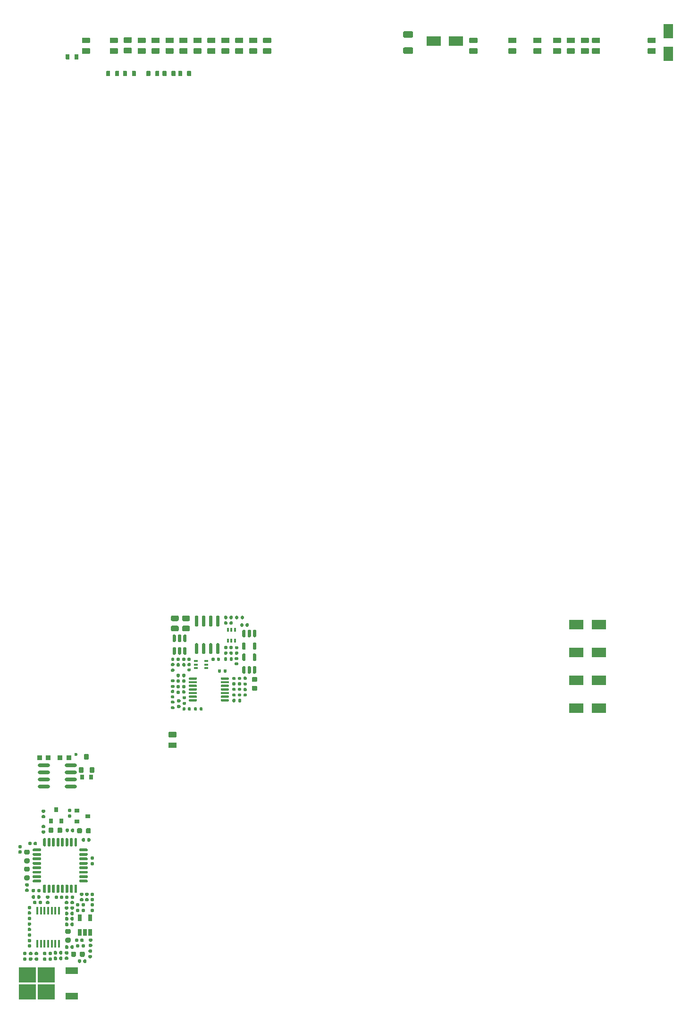
<source format=gtp>
G75*
G70*
%OFA0B0*%
%FSLAX25Y25*%
%IPPOS*%
%LPD*%
%AMOC8*
5,1,8,0,0,1.08239X$1,22.5*
%
%AMM13*
21,1,0.035430,0.030320,-0.000000,-0.000000,0.000000*
21,1,0.028350,0.037400,-0.000000,-0.000000,0.000000*
1,1,0.007090,0.014170,-0.015160*
1,1,0.007090,-0.014170,-0.015160*
1,1,0.007090,-0.014170,0.015160*
1,1,0.007090,0.014170,0.015160*
%
%AMM14*
21,1,0.033470,0.026770,-0.000000,-0.000000,180.000000*
21,1,0.026770,0.033470,-0.000000,-0.000000,180.000000*
1,1,0.006690,-0.013390,0.013390*
1,1,0.006690,0.013390,0.013390*
1,1,0.006690,0.013390,-0.013390*
1,1,0.006690,-0.013390,-0.013390*
%
%AMM15*
21,1,0.027560,0.030710,-0.000000,-0.000000,0.000000*
21,1,0.022050,0.036220,-0.000000,-0.000000,0.000000*
1,1,0.005510,0.011020,-0.015350*
1,1,0.005510,-0.011020,-0.015350*
1,1,0.005510,-0.011020,0.015350*
1,1,0.005510,0.011020,0.015350*
%
%ADD109R,0.08661X0.04724*%
%ADD111R,0.01772X0.05709*%
%ADD112R,0.02559X0.04803*%
%ADD115R,0.12008X0.10827*%
%ADD12R,0.09843X0.07087*%
%ADD128M13*%
%ADD129M14*%
%ADD13C,0.02362*%
%ADD130M15*%
%ADD40R,0.07087X0.09843*%
%ADD48O,0.00000X0.00000*%
%ADD64R,0.02559X0.01575*%
%ADD71R,0.01575X0.02559*%
%ADD77R,0.03543X0.03150*%
%ADD80R,0.03150X0.03543*%
%ADD96O,0.08661X0.02362*%
X0000000Y0000000D02*
%LPD*%
G01*
G36*
G01*
X0186516Y0780707D02*
X0191437Y0780707D01*
G75*
G02*
X0191831Y0780313I0000000J-000394D01*
G01*
X0191831Y0777163D01*
G75*
G02*
X0191437Y0776770I-000394J0000000D01*
G01*
X0186516Y0776770D01*
G75*
G02*
X0186122Y0777163I0000000J0000394D01*
G01*
X0186122Y0780313D01*
G75*
G02*
X0186516Y0780707I0000394J0000000D01*
G01*
G37*
G36*
G01*
X0186516Y0773226D02*
X0191437Y0773226D01*
G75*
G02*
X0191831Y0772833I0000000J-000394D01*
G01*
X0191831Y0769683D01*
G75*
G02*
X0191437Y0769289I-000394J0000000D01*
G01*
X0186516Y0769289D01*
G75*
G02*
X0186122Y0769683I0000000J0000394D01*
G01*
X0186122Y0772833D01*
G75*
G02*
X0186516Y0773226I0000394J0000000D01*
G01*
G37*
G36*
G01*
X0225886Y0780512D02*
X0230807Y0780512D01*
G75*
G02*
X0231201Y0780118I0000000J-000394D01*
G01*
X0231201Y0776969D01*
G75*
G02*
X0230807Y0776575I-000394J0000000D01*
G01*
X0225886Y0776575D01*
G75*
G02*
X0225492Y0776969I0000000J0000394D01*
G01*
X0225492Y0780118D01*
G75*
G02*
X0225886Y0780512I0000394J0000000D01*
G01*
G37*
G36*
G01*
X0225886Y0773031D02*
X0230807Y0773031D01*
G75*
G02*
X0231201Y0772638I0000000J-000394D01*
G01*
X0231201Y0769488D01*
G75*
G02*
X0230807Y0769094I-000394J0000000D01*
G01*
X0225886Y0769094D01*
G75*
G02*
X0225492Y0769488I0000000J0000394D01*
G01*
X0225492Y0772638D01*
G75*
G02*
X0225886Y0773031I0000394J0000000D01*
G01*
G37*
G36*
G01*
X0154134Y0768465D02*
X0154134Y0765394D01*
G75*
G02*
X0153858Y0765118I-000276J0000000D01*
G01*
X0151654Y0765118D01*
G75*
G02*
X0151378Y0765394I0000000J0000276D01*
G01*
X0151378Y0768465D01*
G75*
G02*
X0151654Y0768740I0000276J0000000D01*
G01*
X0153858Y0768740D01*
G75*
G02*
X0154134Y0768465I0000000J-000276D01*
G01*
G37*
G36*
G01*
X0147835Y0768465D02*
X0147835Y0765394D01*
G75*
G02*
X0147559Y0765118I-000276J0000000D01*
G01*
X0145354Y0765118D01*
G75*
G02*
X0145079Y0765394I0000000J0000276D01*
G01*
X0145079Y0768465D01*
G75*
G02*
X0145354Y0768740I0000276J0000000D01*
G01*
X0147559Y0768740D01*
G75*
G02*
X0147835Y0768465I0000000J-000276D01*
G01*
G37*
D12*
X0505906Y0307087D03*
X0521654Y0307087D03*
G36*
G01*
X0499508Y0780512D02*
X0504429Y0780512D01*
G75*
G02*
X0504823Y0780118I0000000J-000394D01*
G01*
X0504823Y0776969D01*
G75*
G02*
X0504429Y0776575I-000394J0000000D01*
G01*
X0499508Y0776575D01*
G75*
G02*
X0499114Y0776969I0000000J0000394D01*
G01*
X0499114Y0780118D01*
G75*
G02*
X0499508Y0780512I0000394J0000000D01*
G01*
G37*
G36*
G01*
X0499508Y0773031D02*
X0504429Y0773031D01*
G75*
G02*
X0504823Y0772638I0000000J-000394D01*
G01*
X0504823Y0769488D01*
G75*
G02*
X0504429Y0769094I-000394J0000000D01*
G01*
X0499508Y0769094D01*
G75*
G02*
X0499114Y0769488I0000000J0000394D01*
G01*
X0499114Y0772638D01*
G75*
G02*
X0499508Y0773031I0000394J0000000D01*
G01*
G37*
D48*
X0142470Y0275249D03*
G36*
G01*
X0173819Y0753583D02*
X0173819Y0756654D01*
G75*
G02*
X0174094Y0756929I0000276J0000000D01*
G01*
X0176299Y0756929D01*
G75*
G02*
X0176575Y0756654I0000000J-000276D01*
G01*
X0176575Y0753583D01*
G75*
G02*
X0176299Y0753307I-000276J0000000D01*
G01*
X0174094Y0753307D01*
G75*
G02*
X0173819Y0753583I0000000J0000276D01*
G01*
G37*
G36*
G01*
X0180118Y0753583D02*
X0180118Y0756654D01*
G75*
G02*
X0180394Y0756929I0000276J0000000D01*
G01*
X0182598Y0756929D01*
G75*
G02*
X0182874Y0756654I0000000J-000276D01*
G01*
X0182874Y0753583D01*
G75*
G02*
X0182598Y0753307I-000276J0000000D01*
G01*
X0180394Y0753307D01*
G75*
G02*
X0180118Y0753583I0000000J0000276D01*
G01*
G37*
G36*
G01*
X0475886Y0780512D02*
X0480807Y0780512D01*
G75*
G02*
X0481201Y0780118I0000000J-000394D01*
G01*
X0481201Y0776969D01*
G75*
G02*
X0480807Y0776575I-000394J0000000D01*
G01*
X0475886Y0776575D01*
G75*
G02*
X0475492Y0776969I0000000J0000394D01*
G01*
X0475492Y0780118D01*
G75*
G02*
X0475886Y0780512I0000394J0000000D01*
G01*
G37*
G36*
G01*
X0475886Y0773031D02*
X0480807Y0773031D01*
G75*
G02*
X0481201Y0772638I0000000J-000394D01*
G01*
X0481201Y0769488D01*
G75*
G02*
X0480807Y0769094I-000394J0000000D01*
G01*
X0475886Y0769094D01*
G75*
G02*
X0475492Y0769488I0000000J0000394D01*
G01*
X0475492Y0772638D01*
G75*
G02*
X0475886Y0773031I0000394J0000000D01*
G01*
G37*
G36*
G01*
X0196358Y0780512D02*
X0201280Y0780512D01*
G75*
G02*
X0201673Y0780118I0000000J-000394D01*
G01*
X0201673Y0776969D01*
G75*
G02*
X0201280Y0776575I-000394J0000000D01*
G01*
X0196358Y0776575D01*
G75*
G02*
X0195965Y0776969I0000000J0000394D01*
G01*
X0195965Y0780118D01*
G75*
G02*
X0196358Y0780512I0000394J0000000D01*
G01*
G37*
G36*
G01*
X0196358Y0773031D02*
X0201280Y0773031D01*
G75*
G02*
X0201673Y0772638I0000000J-000394D01*
G01*
X0201673Y0769488D01*
G75*
G02*
X0201280Y0769094I-000394J0000000D01*
G01*
X0196358Y0769094D01*
G75*
G02*
X0195965Y0769488I0000000J0000394D01*
G01*
X0195965Y0772638D01*
G75*
G02*
X0196358Y0773031I0000394J0000000D01*
G01*
G37*
G36*
G01*
X0265256Y0780512D02*
X0270177Y0780512D01*
G75*
G02*
X0270571Y0780118I0000000J-000394D01*
G01*
X0270571Y0776969D01*
G75*
G02*
X0270177Y0776575I-000394J0000000D01*
G01*
X0265256Y0776575D01*
G75*
G02*
X0264862Y0776969I0000000J0000394D01*
G01*
X0264862Y0780118D01*
G75*
G02*
X0265256Y0780512I0000394J0000000D01*
G01*
G37*
G36*
G01*
X0265256Y0773031D02*
X0270177Y0773031D01*
G75*
G02*
X0270571Y0772638I0000000J-000394D01*
G01*
X0270571Y0769488D01*
G75*
G02*
X0270177Y0769094I-000394J0000000D01*
G01*
X0265256Y0769094D01*
G75*
G02*
X0264862Y0769488I0000000J0000394D01*
G01*
X0264862Y0772638D01*
G75*
G02*
X0265256Y0773031I0000394J0000000D01*
G01*
G37*
G36*
G01*
X0383465Y0781360D02*
X0383465Y0784076D01*
G75*
G02*
X0384370Y0784982I0000906J0000000D01*
G01*
X0389646Y0784982D01*
G75*
G02*
X0390551Y0784076I0000000J-000906D01*
G01*
X0390551Y0781360D01*
G75*
G02*
X0389646Y0780454I-000906J0000000D01*
G01*
X0384370Y0780454D01*
G75*
G02*
X0383465Y0781360I0000000J0000906D01*
G01*
G37*
G36*
G01*
X0383465Y0769942D02*
X0383465Y0772659D01*
G75*
G02*
X0384370Y0773564I0000906J0000000D01*
G01*
X0389646Y0773564D01*
G75*
G02*
X0390551Y0772659I0000000J-000906D01*
G01*
X0390551Y0769942D01*
G75*
G02*
X0389646Y0769037I-000906J0000000D01*
G01*
X0384370Y0769037D01*
G75*
G02*
X0383465Y0769942I0000000J0000906D01*
G01*
G37*
G36*
G01*
X0509350Y0780512D02*
X0514272Y0780512D01*
G75*
G02*
X0514665Y0780118I0000000J-000394D01*
G01*
X0514665Y0776969D01*
G75*
G02*
X0514272Y0776575I-000394J0000000D01*
G01*
X0509350Y0776575D01*
G75*
G02*
X0508957Y0776969I0000000J0000394D01*
G01*
X0508957Y0780118D01*
G75*
G02*
X0509350Y0780512I0000394J0000000D01*
G01*
G37*
G36*
G01*
X0509350Y0773031D02*
X0514272Y0773031D01*
G75*
G02*
X0514665Y0772638I0000000J-000394D01*
G01*
X0514665Y0769488D01*
G75*
G02*
X0514272Y0769094I-000394J0000000D01*
G01*
X0509350Y0769094D01*
G75*
G02*
X0508957Y0769488I0000000J0000394D01*
G01*
X0508957Y0772638D01*
G75*
G02*
X0509350Y0773031I0000394J0000000D01*
G01*
G37*
G36*
G01*
X0211220Y0756654D02*
X0211220Y0753583D01*
G75*
G02*
X0210945Y0753307I-000276J0000000D01*
G01*
X0208740Y0753307D01*
G75*
G02*
X0208465Y0753583I0000000J0000276D01*
G01*
X0208465Y0756654D01*
G75*
G02*
X0208740Y0756929I0000276J0000000D01*
G01*
X0210945Y0756929D01*
G75*
G02*
X0211220Y0756654I0000000J-000276D01*
G01*
G37*
G36*
G01*
X0204921Y0756654D02*
X0204921Y0753583D01*
G75*
G02*
X0204646Y0753307I-000276J0000000D01*
G01*
X0202441Y0753307D01*
G75*
G02*
X0202165Y0753583I0000000J0000276D01*
G01*
X0202165Y0756654D01*
G75*
G02*
X0202441Y0756929I0000276J0000000D01*
G01*
X0204646Y0756929D01*
G75*
G02*
X0204921Y0756654I0000000J-000276D01*
G01*
G37*
D12*
X0420866Y0777953D03*
X0405118Y0777953D03*
X0505906Y0366142D03*
X0521654Y0366142D03*
G36*
G01*
X0176673Y0780512D02*
X0181594Y0780512D01*
G75*
G02*
X0181988Y0780118I0000000J-000394D01*
G01*
X0181988Y0776969D01*
G75*
G02*
X0181594Y0776575I-000394J0000000D01*
G01*
X0176673Y0776575D01*
G75*
G02*
X0176280Y0776969I0000000J0000394D01*
G01*
X0176280Y0780118D01*
G75*
G02*
X0176673Y0780512I0000394J0000000D01*
G01*
G37*
G36*
G01*
X0176673Y0773031D02*
X0181594Y0773031D01*
G75*
G02*
X0181988Y0772638I0000000J-000394D01*
G01*
X0181988Y0769488D01*
G75*
G02*
X0181594Y0769094I-000394J0000000D01*
G01*
X0176673Y0769094D01*
G75*
G02*
X0176280Y0769488I0000000J0000394D01*
G01*
X0176280Y0772638D01*
G75*
G02*
X0176673Y0773031I0000394J0000000D01*
G01*
G37*
G36*
G01*
X0222638Y0756654D02*
X0222638Y0753583D01*
G75*
G02*
X0222362Y0753307I-000276J0000000D01*
G01*
X0220157Y0753307D01*
G75*
G02*
X0219882Y0753583I0000000J0000276D01*
G01*
X0219882Y0756654D01*
G75*
G02*
X0220157Y0756929I0000276J0000000D01*
G01*
X0222362Y0756929D01*
G75*
G02*
X0222638Y0756654I0000000J-000276D01*
G01*
G37*
G36*
G01*
X0216339Y0756654D02*
X0216339Y0753583D01*
G75*
G02*
X0216063Y0753307I-000276J0000000D01*
G01*
X0213858Y0753307D01*
G75*
G02*
X0213583Y0753583I0000000J0000276D01*
G01*
X0213583Y0756654D01*
G75*
G02*
X0213858Y0756929I0000276J0000000D01*
G01*
X0216063Y0756929D01*
G75*
G02*
X0216339Y0756654I0000000J-000276D01*
G01*
G37*
G36*
G01*
X0517224Y0780512D02*
X0522146Y0780512D01*
G75*
G02*
X0522539Y0780118I0000000J-000394D01*
G01*
X0522539Y0776969D01*
G75*
G02*
X0522146Y0776575I-000394J0000000D01*
G01*
X0517224Y0776575D01*
G75*
G02*
X0516831Y0776969I0000000J0000394D01*
G01*
X0516831Y0780118D01*
G75*
G02*
X0517224Y0780512I0000394J0000000D01*
G01*
G37*
G36*
G01*
X0517224Y0773031D02*
X0522146Y0773031D01*
G75*
G02*
X0522539Y0772638I0000000J-000394D01*
G01*
X0522539Y0769488D01*
G75*
G02*
X0522146Y0769094I-000394J0000000D01*
G01*
X0517224Y0769094D01*
G75*
G02*
X0516831Y0769488I0000000J0000394D01*
G01*
X0516831Y0772638D01*
G75*
G02*
X0517224Y0773031I0000394J0000000D01*
G01*
G37*
G36*
G01*
X0275098Y0780512D02*
X0280020Y0780512D01*
G75*
G02*
X0280413Y0780118I0000000J-000394D01*
G01*
X0280413Y0776969D01*
G75*
G02*
X0280020Y0776575I-000394J0000000D01*
G01*
X0275098Y0776575D01*
G75*
G02*
X0274705Y0776969I0000000J0000394D01*
G01*
X0274705Y0780118D01*
G75*
G02*
X0275098Y0780512I0000394J0000000D01*
G01*
G37*
G36*
G01*
X0275098Y0773031D02*
X0280020Y0773031D01*
G75*
G02*
X0280413Y0772638I0000000J-000394D01*
G01*
X0280413Y0769488D01*
G75*
G02*
X0280020Y0769094I-000394J0000000D01*
G01*
X0275098Y0769094D01*
G75*
G02*
X0274705Y0769488I0000000J0000394D01*
G01*
X0274705Y0772638D01*
G75*
G02*
X0275098Y0773031I0000394J0000000D01*
G01*
G37*
G36*
G01*
X0556594Y0780512D02*
X0561516Y0780512D01*
G75*
G02*
X0561909Y0780118I0000000J-000394D01*
G01*
X0561909Y0776969D01*
G75*
G02*
X0561516Y0776575I-000394J0000000D01*
G01*
X0556594Y0776575D01*
G75*
G02*
X0556201Y0776969I0000000J0000394D01*
G01*
X0556201Y0780118D01*
G75*
G02*
X0556594Y0780512I0000394J0000000D01*
G01*
G37*
G36*
G01*
X0556594Y0773031D02*
X0561516Y0773031D01*
G75*
G02*
X0561909Y0772638I0000000J-000394D01*
G01*
X0561909Y0769488D01*
G75*
G02*
X0561516Y0769094I-000394J0000000D01*
G01*
X0556594Y0769094D01*
G75*
G02*
X0556201Y0769488I0000000J0000394D01*
G01*
X0556201Y0772638D01*
G75*
G02*
X0556594Y0773031I0000394J0000000D01*
G01*
G37*
G36*
G01*
X0185630Y0753583D02*
X0185630Y0756654D01*
G75*
G02*
X0185906Y0756929I0000276J0000000D01*
G01*
X0188110Y0756929D01*
G75*
G02*
X0188386Y0756654I0000000J-000276D01*
G01*
X0188386Y0753583D01*
G75*
G02*
X0188110Y0753307I-000276J0000000D01*
G01*
X0185906Y0753307D01*
G75*
G02*
X0185630Y0753583I0000000J0000276D01*
G01*
G37*
G36*
G01*
X0191929Y0753583D02*
X0191929Y0756654D01*
G75*
G02*
X0192205Y0756929I0000276J0000000D01*
G01*
X0194409Y0756929D01*
G75*
G02*
X0194685Y0756654I0000000J-000276D01*
G01*
X0194685Y0753583D01*
G75*
G02*
X0194409Y0753307I-000276J0000000D01*
G01*
X0192205Y0753307D01*
G75*
G02*
X0191929Y0753583I0000000J0000276D01*
G01*
G37*
G36*
G01*
X0235807Y0780512D02*
X0240728Y0780512D01*
G75*
G02*
X0241122Y0780118I0000000J-000394D01*
G01*
X0241122Y0776969D01*
G75*
G02*
X0240728Y0776575I-000394J0000000D01*
G01*
X0235807Y0776575D01*
G75*
G02*
X0235413Y0776969I0000000J0000394D01*
G01*
X0235413Y0780118D01*
G75*
G02*
X0235807Y0780512I0000394J0000000D01*
G01*
G37*
G36*
G01*
X0235807Y0773031D02*
X0240728Y0773031D01*
G75*
G02*
X0241122Y0772638I0000000J-000394D01*
G01*
X0241122Y0769488D01*
G75*
G02*
X0240728Y0769094I-000394J0000000D01*
G01*
X0235807Y0769094D01*
G75*
G02*
X0235413Y0769488I0000000J0000394D01*
G01*
X0235413Y0772638D01*
G75*
G02*
X0235807Y0773031I0000394J0000000D01*
G01*
G37*
G36*
G01*
X0156988Y0780512D02*
X0161909Y0780512D01*
G75*
G02*
X0162303Y0780118I0000000J-000394D01*
G01*
X0162303Y0776969D01*
G75*
G02*
X0161909Y0776575I-000394J0000000D01*
G01*
X0156988Y0776575D01*
G75*
G02*
X0156594Y0776969I0000000J0000394D01*
G01*
X0156594Y0780118D01*
G75*
G02*
X0156988Y0780512I0000394J0000000D01*
G01*
G37*
G36*
G01*
X0156988Y0773031D02*
X0161909Y0773031D01*
G75*
G02*
X0162303Y0772638I0000000J-000394D01*
G01*
X0162303Y0769488D01*
G75*
G02*
X0161909Y0769094I-000394J0000000D01*
G01*
X0156988Y0769094D01*
G75*
G02*
X0156594Y0769488I0000000J0000394D01*
G01*
X0156594Y0772638D01*
G75*
G02*
X0156988Y0773031I0000394J0000000D01*
G01*
G37*
G36*
G01*
X0206201Y0780512D02*
X0211122Y0780512D01*
G75*
G02*
X0211516Y0780118I0000000J-000394D01*
G01*
X0211516Y0776969D01*
G75*
G02*
X0211122Y0776575I-000394J0000000D01*
G01*
X0206201Y0776575D01*
G75*
G02*
X0205807Y0776969I0000000J0000394D01*
G01*
X0205807Y0780118D01*
G75*
G02*
X0206201Y0780512I0000394J0000000D01*
G01*
G37*
G36*
G01*
X0206201Y0773031D02*
X0211122Y0773031D01*
G75*
G02*
X0211516Y0772638I0000000J-000394D01*
G01*
X0211516Y0769488D01*
G75*
G02*
X0211122Y0769094I-000394J0000000D01*
G01*
X0206201Y0769094D01*
G75*
G02*
X0205807Y0769488I0000000J0000394D01*
G01*
X0205807Y0772638D01*
G75*
G02*
X0206201Y0773031I0000394J0000000D01*
G01*
G37*
G36*
G01*
X0458169Y0780512D02*
X0463091Y0780512D01*
G75*
G02*
X0463484Y0780118I0000000J-000394D01*
G01*
X0463484Y0776969D01*
G75*
G02*
X0463091Y0776575I-000394J0000000D01*
G01*
X0458169Y0776575D01*
G75*
G02*
X0457776Y0776969I0000000J0000394D01*
G01*
X0457776Y0780118D01*
G75*
G02*
X0458169Y0780512I0000394J0000000D01*
G01*
G37*
G36*
G01*
X0458169Y0773031D02*
X0463091Y0773031D01*
G75*
G02*
X0463484Y0772638I0000000J-000394D01*
G01*
X0463484Y0769488D01*
G75*
G02*
X0463091Y0769094I-000394J0000000D01*
G01*
X0458169Y0769094D01*
G75*
G02*
X0457776Y0769488I0000000J0000394D01*
G01*
X0457776Y0772638D01*
G75*
G02*
X0458169Y0773031I0000394J0000000D01*
G01*
G37*
X0505906Y0346457D03*
X0521654Y0346457D03*
D40*
X0570866Y0769192D03*
X0570866Y0784941D03*
G36*
G01*
X0245571Y0780512D02*
X0250492Y0780512D01*
G75*
G02*
X0250886Y0780118I0000000J-000394D01*
G01*
X0250886Y0776969D01*
G75*
G02*
X0250492Y0776575I-000394J0000000D01*
G01*
X0245571Y0776575D01*
G75*
G02*
X0245177Y0776969I0000000J0000394D01*
G01*
X0245177Y0780118D01*
G75*
G02*
X0245571Y0780512I0000394J0000000D01*
G01*
G37*
G36*
G01*
X0245571Y0773031D02*
X0250492Y0773031D01*
G75*
G02*
X0250886Y0772638I0000000J-000394D01*
G01*
X0250886Y0769488D01*
G75*
G02*
X0250492Y0769094I-000394J0000000D01*
G01*
X0245571Y0769094D01*
G75*
G02*
X0245177Y0769488I0000000J0000394D01*
G01*
X0245177Y0772638D01*
G75*
G02*
X0245571Y0773031I0000394J0000000D01*
G01*
G37*
G36*
G01*
X0284941Y0780512D02*
X0289862Y0780512D01*
G75*
G02*
X0290256Y0780118I0000000J-000394D01*
G01*
X0290256Y0776969D01*
G75*
G02*
X0289862Y0776575I-000394J0000000D01*
G01*
X0284941Y0776575D01*
G75*
G02*
X0284547Y0776969I0000000J0000394D01*
G01*
X0284547Y0780118D01*
G75*
G02*
X0284941Y0780512I0000394J0000000D01*
G01*
G37*
G36*
G01*
X0284941Y0773031D02*
X0289862Y0773031D01*
G75*
G02*
X0290256Y0772638I0000000J-000394D01*
G01*
X0290256Y0769488D01*
G75*
G02*
X0289862Y0769094I-000394J0000000D01*
G01*
X0284941Y0769094D01*
G75*
G02*
X0284547Y0769488I0000000J0000394D01*
G01*
X0284547Y0772638D01*
G75*
G02*
X0284941Y0773031I0000394J0000000D01*
G01*
G37*
G36*
G01*
X0430610Y0780512D02*
X0435531Y0780512D01*
G75*
G02*
X0435925Y0780118I0000000J-000394D01*
G01*
X0435925Y0776969D01*
G75*
G02*
X0435531Y0776575I-000394J0000000D01*
G01*
X0430610Y0776575D01*
G75*
G02*
X0430217Y0776969I0000000J0000394D01*
G01*
X0430217Y0780118D01*
G75*
G02*
X0430610Y0780512I0000394J0000000D01*
G01*
G37*
G36*
G01*
X0430610Y0773031D02*
X0435531Y0773031D01*
G75*
G02*
X0435925Y0772638I0000000J-000394D01*
G01*
X0435925Y0769488D01*
G75*
G02*
X0435531Y0769094I-000394J0000000D01*
G01*
X0430610Y0769094D01*
G75*
G02*
X0430217Y0769488I0000000J0000394D01*
G01*
X0430217Y0772638D01*
G75*
G02*
X0430610Y0773031I0000394J0000000D01*
G01*
G37*
G36*
G01*
X0489665Y0780512D02*
X0494587Y0780512D01*
G75*
G02*
X0494980Y0780118I0000000J-000394D01*
G01*
X0494980Y0776969D01*
G75*
G02*
X0494587Y0776575I-000394J0000000D01*
G01*
X0489665Y0776575D01*
G75*
G02*
X0489272Y0776969I0000000J0000394D01*
G01*
X0489272Y0780118D01*
G75*
G02*
X0489665Y0780512I0000394J0000000D01*
G01*
G37*
G36*
G01*
X0489665Y0773031D02*
X0494587Y0773031D01*
G75*
G02*
X0494980Y0772638I0000000J-000394D01*
G01*
X0494980Y0769488D01*
G75*
G02*
X0494587Y0769094I-000394J0000000D01*
G01*
X0489665Y0769094D01*
G75*
G02*
X0489272Y0769488I0000000J0000394D01*
G01*
X0489272Y0772638D01*
G75*
G02*
X0489665Y0773031I0000394J0000000D01*
G01*
G37*
G36*
G01*
X0233661Y0756654D02*
X0233661Y0753583D01*
G75*
G02*
X0233386Y0753307I-000276J0000000D01*
G01*
X0231181Y0753307D01*
G75*
G02*
X0230906Y0753583I0000000J0000276D01*
G01*
X0230906Y0756654D01*
G75*
G02*
X0231181Y0756929I0000276J0000000D01*
G01*
X0233386Y0756929D01*
G75*
G02*
X0233661Y0756654I0000000J-000276D01*
G01*
G37*
G36*
G01*
X0227362Y0756654D02*
X0227362Y0753583D01*
G75*
G02*
X0227087Y0753307I-000276J0000000D01*
G01*
X0224882Y0753307D01*
G75*
G02*
X0224606Y0753583I0000000J0000276D01*
G01*
X0224606Y0756654D01*
G75*
G02*
X0224882Y0756929I0000276J0000000D01*
G01*
X0227087Y0756929D01*
G75*
G02*
X0227362Y0756654I0000000J-000276D01*
G01*
G37*
G36*
G01*
X0216043Y0780512D02*
X0220965Y0780512D01*
G75*
G02*
X0221358Y0780118I0000000J-000394D01*
G01*
X0221358Y0776969D01*
G75*
G02*
X0220965Y0776575I-000394J0000000D01*
G01*
X0216043Y0776575D01*
G75*
G02*
X0215650Y0776969I0000000J0000394D01*
G01*
X0215650Y0780118D01*
G75*
G02*
X0216043Y0780512I0000394J0000000D01*
G01*
G37*
G36*
G01*
X0216043Y0773031D02*
X0220965Y0773031D01*
G75*
G02*
X0221358Y0772638I0000000J-000394D01*
G01*
X0221358Y0769488D01*
G75*
G02*
X0220965Y0769094I-000394J0000000D01*
G01*
X0216043Y0769094D01*
G75*
G02*
X0215650Y0769488I0000000J0000394D01*
G01*
X0215650Y0772638D01*
G75*
G02*
X0216043Y0773031I0000394J0000000D01*
G01*
G37*
G36*
G01*
X0255413Y0780512D02*
X0260335Y0780512D01*
G75*
G02*
X0260728Y0780118I0000000J-000394D01*
G01*
X0260728Y0776969D01*
G75*
G02*
X0260335Y0776575I-000394J0000000D01*
G01*
X0255413Y0776575D01*
G75*
G02*
X0255020Y0776969I0000000J0000394D01*
G01*
X0255020Y0780118D01*
G75*
G02*
X0255413Y0780512I0000394J0000000D01*
G01*
G37*
G36*
G01*
X0255413Y0773031D02*
X0260335Y0773031D01*
G75*
G02*
X0260728Y0772638I0000000J-000394D01*
G01*
X0260728Y0769488D01*
G75*
G02*
X0260335Y0769094I-000394J0000000D01*
G01*
X0255413Y0769094D01*
G75*
G02*
X0255020Y0769488I0000000J0000394D01*
G01*
X0255020Y0772638D01*
G75*
G02*
X0255413Y0773031I0000394J0000000D01*
G01*
G37*
D12*
X0505906Y0326772D03*
X0521654Y0326772D03*
G36*
G01*
X0218110Y0290354D02*
X0223031Y0290354D01*
G75*
G02*
X0223425Y0289961I0000000J-000394D01*
G01*
X0223425Y0286811D01*
G75*
G02*
X0223031Y0286417I-000394J0000000D01*
G01*
X0218110Y0286417D01*
G75*
G02*
X0217717Y0286811I0000000J0000394D01*
G01*
X0217717Y0289961D01*
G75*
G02*
X0218110Y0290354I0000394J0000000D01*
G01*
G37*
G36*
G01*
X0218110Y0282874D02*
X0223031Y0282874D01*
G75*
G02*
X0223425Y0282480I0000000J-000394D01*
G01*
X0223425Y0279331D01*
G75*
G02*
X0223031Y0278937I-000394J0000000D01*
G01*
X0218110Y0278937D01*
G75*
G02*
X0217717Y0279331I0000000J0000394D01*
G01*
X0217717Y0282480D01*
G75*
G02*
X0218110Y0282874I0000394J0000000D01*
G01*
G37*
X0217126Y0375197D02*
%LPD*%
G01*
G36*
G01*
X0224272Y0313307D02*
X0225728Y0313307D01*
G75*
G02*
X0226260Y0312776I0000000J-000531D01*
G01*
X0226260Y0311713D01*
G75*
G02*
X0225728Y0311181I-000531J0000000D01*
G01*
X0224272Y0311181D01*
G75*
G02*
X0223740Y0311713I0000000J0000531D01*
G01*
X0223740Y0312776D01*
G75*
G02*
X0224272Y0313307I0000531J0000000D01*
G01*
G37*
G36*
G01*
X0224272Y0309291D02*
X0225728Y0309291D01*
G75*
G02*
X0226260Y0308760I0000000J-000531D01*
G01*
X0226260Y0307697D01*
G75*
G02*
X0225728Y0307166I-000531J0000000D01*
G01*
X0224272Y0307166D01*
G75*
G02*
X0223740Y0307697I0000000J0000531D01*
G01*
X0223740Y0308760D01*
G75*
G02*
X0224272Y0309291I0000531J0000000D01*
G01*
G37*
G36*
G01*
X0271654Y0331457D02*
X0270472Y0331457D01*
G75*
G02*
X0269882Y0332047I0000000J0000591D01*
G01*
X0269882Y0336083D01*
G75*
G02*
X0270472Y0336673I0000591J0000000D01*
G01*
X0271654Y0336673D01*
G75*
G02*
X0272244Y0336083I0000000J-000591D01*
G01*
X0272244Y0332047D01*
G75*
G02*
X0271654Y0331457I-000591J0000000D01*
G01*
G37*
G36*
G01*
X0275394Y0331457D02*
X0274213Y0331457D01*
G75*
G02*
X0273622Y0332047I0000000J0000591D01*
G01*
X0273622Y0336083D01*
G75*
G02*
X0274213Y0336673I0000591J0000000D01*
G01*
X0275394Y0336673D01*
G75*
G02*
X0275984Y0336083I0000000J-000591D01*
G01*
X0275984Y0332047D01*
G75*
G02*
X0275394Y0331457I-000591J0000000D01*
G01*
G37*
G36*
G01*
X0279134Y0331457D02*
X0277953Y0331457D01*
G75*
G02*
X0277362Y0332047I0000000J0000591D01*
G01*
X0277362Y0336083D01*
G75*
G02*
X0277953Y0336673I0000591J0000000D01*
G01*
X0279134Y0336673D01*
G75*
G02*
X0279724Y0336083I0000000J-000591D01*
G01*
X0279724Y0332047D01*
G75*
G02*
X0279134Y0331457I-000591J0000000D01*
G01*
G37*
G36*
G01*
X0279134Y0340414D02*
X0277953Y0340414D01*
G75*
G02*
X0277362Y0341004I0000000J0000591D01*
G01*
X0277362Y0345040D01*
G75*
G02*
X0277953Y0345630I0000591J0000000D01*
G01*
X0279134Y0345630D01*
G75*
G02*
X0279724Y0345040I0000000J-000591D01*
G01*
X0279724Y0341004D01*
G75*
G02*
X0279134Y0340414I-000591J0000000D01*
G01*
G37*
G36*
G01*
X0271654Y0340414D02*
X0270472Y0340414D01*
G75*
G02*
X0269882Y0341004I0000000J0000591D01*
G01*
X0269882Y0345040D01*
G75*
G02*
X0270472Y0345630I0000591J0000000D01*
G01*
X0271654Y0345630D01*
G75*
G02*
X0272244Y0345040I0000000J-000591D01*
G01*
X0272244Y0341004D01*
G75*
G02*
X0271654Y0340414I-000591J0000000D01*
G01*
G37*
G36*
G01*
X0264646Y0323110D02*
X0263307Y0323110D01*
G75*
G02*
X0262756Y0323662I0000000J0000551D01*
G01*
X0262756Y0324764D01*
G75*
G02*
X0263307Y0325315I0000551J0000000D01*
G01*
X0264646Y0325315D01*
G75*
G02*
X0265197Y0324764I0000000J-000551D01*
G01*
X0265197Y0323662D01*
G75*
G02*
X0264646Y0323110I-000551J0000000D01*
G01*
G37*
G36*
G01*
X0264646Y0326890D02*
X0263307Y0326890D01*
G75*
G02*
X0262756Y0327441I0000000J0000551D01*
G01*
X0262756Y0328543D01*
G75*
G02*
X0263307Y0329095I0000551J0000000D01*
G01*
X0264646Y0329095D01*
G75*
G02*
X0265197Y0328543I0000000J-000551D01*
G01*
X0265197Y0327441D01*
G75*
G02*
X0264646Y0326890I-000551J0000000D01*
G01*
G37*
G36*
G01*
X0251988Y0372421D02*
X0253169Y0372421D01*
G75*
G02*
X0253760Y0371831I0000000J-000591D01*
G01*
X0253760Y0365335D01*
G75*
G02*
X0253169Y0364744I-000591J0000000D01*
G01*
X0251988Y0364744D01*
G75*
G02*
X0251398Y0365335I0000000J0000591D01*
G01*
X0251398Y0371831D01*
G75*
G02*
X0251988Y0372421I0000591J0000000D01*
G01*
G37*
G36*
G01*
X0246988Y0372421D02*
X0248169Y0372421D01*
G75*
G02*
X0248760Y0371831I0000000J-000591D01*
G01*
X0248760Y0365335D01*
G75*
G02*
X0248169Y0364744I-000591J0000000D01*
G01*
X0246988Y0364744D01*
G75*
G02*
X0246398Y0365335I0000000J0000591D01*
G01*
X0246398Y0371831D01*
G75*
G02*
X0246988Y0372421I0000591J0000000D01*
G01*
G37*
G36*
G01*
X0241988Y0372421D02*
X0243169Y0372421D01*
G75*
G02*
X0243760Y0371831I0000000J-000591D01*
G01*
X0243760Y0365335D01*
G75*
G02*
X0243169Y0364744I-000591J0000000D01*
G01*
X0241988Y0364744D01*
G75*
G02*
X0241398Y0365335I0000000J0000591D01*
G01*
X0241398Y0371831D01*
G75*
G02*
X0241988Y0372421I0000591J0000000D01*
G01*
G37*
G36*
G01*
X0236988Y0372421D02*
X0238169Y0372421D01*
G75*
G02*
X0238760Y0371831I0000000J-000591D01*
G01*
X0238760Y0365335D01*
G75*
G02*
X0238169Y0364744I-000591J0000000D01*
G01*
X0236988Y0364744D01*
G75*
G02*
X0236398Y0365335I0000000J0000591D01*
G01*
X0236398Y0371831D01*
G75*
G02*
X0236988Y0372421I0000591J0000000D01*
G01*
G37*
G36*
G01*
X0236988Y0352933D02*
X0238169Y0352933D01*
G75*
G02*
X0238760Y0352343I0000000J-000591D01*
G01*
X0238760Y0345847D01*
G75*
G02*
X0238169Y0345256I-000591J0000000D01*
G01*
X0236988Y0345256D01*
G75*
G02*
X0236398Y0345847I0000000J0000591D01*
G01*
X0236398Y0352343D01*
G75*
G02*
X0236988Y0352933I0000591J0000000D01*
G01*
G37*
G36*
G01*
X0241988Y0352933D02*
X0243169Y0352933D01*
G75*
G02*
X0243760Y0352343I0000000J-000591D01*
G01*
X0243760Y0345847D01*
G75*
G02*
X0243169Y0345256I-000591J0000000D01*
G01*
X0241988Y0345256D01*
G75*
G02*
X0241398Y0345847I0000000J0000591D01*
G01*
X0241398Y0352343D01*
G75*
G02*
X0241988Y0352933I0000591J0000000D01*
G01*
G37*
G36*
G01*
X0246988Y0352933D02*
X0248169Y0352933D01*
G75*
G02*
X0248760Y0352343I0000000J-000591D01*
G01*
X0248760Y0345847D01*
G75*
G02*
X0248169Y0345256I-000591J0000000D01*
G01*
X0246988Y0345256D01*
G75*
G02*
X0246398Y0345847I0000000J0000591D01*
G01*
X0246398Y0352343D01*
G75*
G02*
X0246988Y0352933I0000591J0000000D01*
G01*
G37*
G36*
G01*
X0251988Y0352933D02*
X0253169Y0352933D01*
G75*
G02*
X0253760Y0352343I0000000J-000591D01*
G01*
X0253760Y0345847D01*
G75*
G02*
X0253169Y0345256I-000591J0000000D01*
G01*
X0251988Y0345256D01*
G75*
G02*
X0251398Y0345847I0000000J0000591D01*
G01*
X0251398Y0352343D01*
G75*
G02*
X0251988Y0352933I0000591J0000000D01*
G01*
G37*
G36*
G01*
X0268465Y0365079D02*
X0268465Y0366417D01*
G75*
G02*
X0269016Y0366969I0000551J0000000D01*
G01*
X0270118Y0366969D01*
G75*
G02*
X0270669Y0366417I0000000J-000551D01*
G01*
X0270669Y0365079D01*
G75*
G02*
X0270118Y0364528I-000551J0000000D01*
G01*
X0269016Y0364528D01*
G75*
G02*
X0268465Y0365079I0000000J0000551D01*
G01*
G37*
G36*
G01*
X0272244Y0365079D02*
X0272244Y0366417D01*
G75*
G02*
X0272795Y0366969I0000551J0000000D01*
G01*
X0273898Y0366969D01*
G75*
G02*
X0274449Y0366417I0000000J-000551D01*
G01*
X0274449Y0365079D01*
G75*
G02*
X0273898Y0364528I-000551J0000000D01*
G01*
X0272795Y0364528D01*
G75*
G02*
X0272244Y0365079I0000000J0000551D01*
G01*
G37*
D71*
X0264705Y0362284D03*
X0262146Y0362284D03*
X0259587Y0362284D03*
X0259587Y0354803D03*
X0262146Y0354803D03*
X0264705Y0354803D03*
G36*
G01*
X0257106Y0345276D02*
X0257106Y0346614D01*
G75*
G02*
X0257657Y0347166I0000551J0000000D01*
G01*
X0258760Y0347166D01*
G75*
G02*
X0259311Y0346614I0000000J-000551D01*
G01*
X0259311Y0345276D01*
G75*
G02*
X0258760Y0344725I-000551J0000000D01*
G01*
X0257657Y0344725D01*
G75*
G02*
X0257106Y0345276I0000000J0000551D01*
G01*
G37*
G36*
G01*
X0260886Y0345276D02*
X0260886Y0346614D01*
G75*
G02*
X0261437Y0347166I0000551J0000000D01*
G01*
X0262539Y0347166D01*
G75*
G02*
X0263091Y0346614I0000000J-000551D01*
G01*
X0263091Y0345276D01*
G75*
G02*
X0262539Y0344725I-000551J0000000D01*
G01*
X0261437Y0344725D01*
G75*
G02*
X0260886Y0345276I0000000J0000551D01*
G01*
G37*
G36*
G01*
X0263248Y0321378D02*
X0264705Y0321378D01*
G75*
G02*
X0265236Y0320847I0000000J-000531D01*
G01*
X0265236Y0319784D01*
G75*
G02*
X0264705Y0319252I-000531J0000000D01*
G01*
X0263248Y0319252D01*
G75*
G02*
X0262717Y0319784I0000000J0000531D01*
G01*
X0262717Y0320847D01*
G75*
G02*
X0263248Y0321378I0000531J0000000D01*
G01*
G37*
G36*
G01*
X0263248Y0317362D02*
X0264705Y0317362D01*
G75*
G02*
X0265236Y0316831I0000000J-000531D01*
G01*
X0265236Y0315768D01*
G75*
G02*
X0264705Y0315236I-000531J0000000D01*
G01*
X0263248Y0315236D01*
G75*
G02*
X0262717Y0315768I0000000J0000531D01*
G01*
X0262717Y0316831D01*
G75*
G02*
X0263248Y0317362I0000531J0000000D01*
G01*
G37*
G36*
G01*
X0254134Y0342284D02*
X0254134Y0340945D01*
G75*
G02*
X0253583Y0340394I-000551J0000000D01*
G01*
X0252480Y0340394D01*
G75*
G02*
X0251929Y0340945I0000000J0000551D01*
G01*
X0251929Y0342284D01*
G75*
G02*
X0252480Y0342835I0000551J0000000D01*
G01*
X0253583Y0342835D01*
G75*
G02*
X0254134Y0342284I0000000J-000551D01*
G01*
G37*
G36*
G01*
X0250354Y0342284D02*
X0250354Y0340945D01*
G75*
G02*
X0249803Y0340394I-000551J0000000D01*
G01*
X0248701Y0340394D01*
G75*
G02*
X0248150Y0340945I0000000J0000551D01*
G01*
X0248150Y0342284D01*
G75*
G02*
X0248701Y0342835I0000551J0000000D01*
G01*
X0249803Y0342835D01*
G75*
G02*
X0250354Y0342284I0000000J-000551D01*
G01*
G37*
G36*
G01*
X0257106Y0349213D02*
X0257106Y0350551D01*
G75*
G02*
X0257657Y0351103I0000551J0000000D01*
G01*
X0258760Y0351103D01*
G75*
G02*
X0259311Y0350551I0000000J-000551D01*
G01*
X0259311Y0349213D01*
G75*
G02*
X0258760Y0348662I-000551J0000000D01*
G01*
X0257657Y0348662D01*
G75*
G02*
X0257106Y0349213I0000000J0000551D01*
G01*
G37*
G36*
G01*
X0260886Y0349213D02*
X0260886Y0350551D01*
G75*
G02*
X0261437Y0351103I0000551J0000000D01*
G01*
X0262539Y0351103D01*
G75*
G02*
X0263091Y0350551I0000000J-000551D01*
G01*
X0263091Y0349213D01*
G75*
G02*
X0262539Y0348662I-000551J0000000D01*
G01*
X0261437Y0348662D01*
G75*
G02*
X0260886Y0349213I0000000J0000551D01*
G01*
G37*
G36*
G01*
X0272520Y0315236D02*
X0271181Y0315236D01*
G75*
G02*
X0270630Y0315788I0000000J0000551D01*
G01*
X0270630Y0316890D01*
G75*
G02*
X0271181Y0317441I0000551J0000000D01*
G01*
X0272520Y0317441D01*
G75*
G02*
X0273071Y0316890I0000000J-000551D01*
G01*
X0273071Y0315788D01*
G75*
G02*
X0272520Y0315236I-000551J0000000D01*
G01*
G37*
G36*
G01*
X0272520Y0319016D02*
X0271181Y0319016D01*
G75*
G02*
X0270630Y0319567I0000000J0000551D01*
G01*
X0270630Y0320669D01*
G75*
G02*
X0271181Y0321221I0000551J0000000D01*
G01*
X0272520Y0321221D01*
G75*
G02*
X0273071Y0320669I0000000J-000551D01*
G01*
X0273071Y0319567D01*
G75*
G02*
X0272520Y0319016I-000551J0000000D01*
G01*
G37*
G36*
G01*
X0262913Y0311673D02*
X0262913Y0313130D01*
G75*
G02*
X0263445Y0313662I0000531J0000000D01*
G01*
X0264508Y0313662D01*
G75*
G02*
X0265039Y0313130I0000000J-000531D01*
G01*
X0265039Y0311673D01*
G75*
G02*
X0264508Y0311142I-000531J0000000D01*
G01*
X0263445Y0311142D01*
G75*
G02*
X0262913Y0311673I0000000J0000531D01*
G01*
G37*
G36*
G01*
X0266929Y0311673D02*
X0266929Y0313130D01*
G75*
G02*
X0267461Y0313662I0000531J0000000D01*
G01*
X0268524Y0313662D01*
G75*
G02*
X0269055Y0313130I0000000J-000531D01*
G01*
X0269055Y0311673D01*
G75*
G02*
X0268524Y0311142I-000531J0000000D01*
G01*
X0267461Y0311142D01*
G75*
G02*
X0266929Y0311673I0000000J0000531D01*
G01*
G37*
G36*
G01*
X0233425Y0342205D02*
X0233425Y0340866D01*
G75*
G02*
X0232874Y0340315I-000551J0000000D01*
G01*
X0231772Y0340315D01*
G75*
G02*
X0231220Y0340866I0000000J0000551D01*
G01*
X0231220Y0342205D01*
G75*
G02*
X0231772Y0342756I0000551J0000000D01*
G01*
X0232874Y0342756D01*
G75*
G02*
X0233425Y0342205I0000000J-000551D01*
G01*
G37*
G36*
G01*
X0229646Y0342205D02*
X0229646Y0340866D01*
G75*
G02*
X0229095Y0340315I-000551J0000000D01*
G01*
X0227992Y0340315D01*
G75*
G02*
X0227441Y0340866I0000000J0000551D01*
G01*
X0227441Y0342205D01*
G75*
G02*
X0227992Y0342756I0000551J0000000D01*
G01*
X0229095Y0342756D01*
G75*
G02*
X0229646Y0342205I0000000J-000551D01*
G01*
G37*
G36*
G01*
X0225630Y0342205D02*
X0225630Y0340866D01*
G75*
G02*
X0225079Y0340315I-000551J0000000D01*
G01*
X0223976Y0340315D01*
G75*
G02*
X0223425Y0340866I0000000J0000551D01*
G01*
X0223425Y0342205D01*
G75*
G02*
X0223976Y0342756I0000551J0000000D01*
G01*
X0225079Y0342756D01*
G75*
G02*
X0225630Y0342205I0000000J-000551D01*
G01*
G37*
G36*
G01*
X0221850Y0342205D02*
X0221850Y0340866D01*
G75*
G02*
X0221299Y0340315I-000551J0000000D01*
G01*
X0220197Y0340315D01*
G75*
G02*
X0219646Y0340866I0000000J0000551D01*
G01*
X0219646Y0342205D01*
G75*
G02*
X0220197Y0342756I0000551J0000000D01*
G01*
X0221299Y0342756D01*
G75*
G02*
X0221850Y0342205I0000000J-000551D01*
G01*
G37*
G36*
G01*
X0229685Y0338366D02*
X0229685Y0336910D01*
G75*
G02*
X0229154Y0336378I-000531J0000000D01*
G01*
X0228091Y0336378D01*
G75*
G02*
X0227559Y0336910I0000000J0000531D01*
G01*
X0227559Y0338366D01*
G75*
G02*
X0228091Y0338898I0000531J0000000D01*
G01*
X0229154Y0338898D01*
G75*
G02*
X0229685Y0338366I0000000J-000531D01*
G01*
G37*
G36*
G01*
X0225669Y0338366D02*
X0225669Y0336910D01*
G75*
G02*
X0225138Y0336378I-000531J0000000D01*
G01*
X0224075Y0336378D01*
G75*
G02*
X0223543Y0336910I0000000J0000531D01*
G01*
X0223543Y0338366D01*
G75*
G02*
X0224075Y0338898I0000531J0000000D01*
G01*
X0225138Y0338898D01*
G75*
G02*
X0225669Y0338366I0000000J-000531D01*
G01*
G37*
G36*
G01*
X0227874Y0323347D02*
X0229213Y0323347D01*
G75*
G02*
X0229764Y0322795I0000000J-000551D01*
G01*
X0229764Y0321693D01*
G75*
G02*
X0229213Y0321142I-000551J0000000D01*
G01*
X0227874Y0321142D01*
G75*
G02*
X0227323Y0321693I0000000J0000551D01*
G01*
X0227323Y0322795D01*
G75*
G02*
X0227874Y0323347I0000551J0000000D01*
G01*
G37*
G36*
G01*
X0227874Y0319567D02*
X0229213Y0319567D01*
G75*
G02*
X0229764Y0319016I0000000J-000551D01*
G01*
X0229764Y0317914D01*
G75*
G02*
X0229213Y0317362I-000551J0000000D01*
G01*
X0227874Y0317362D01*
G75*
G02*
X0227323Y0317914I0000000J0000551D01*
G01*
X0227323Y0319016D01*
G75*
G02*
X0227874Y0319567I0000551J0000000D01*
G01*
G37*
G36*
G01*
X0260433Y0312992D02*
X0260433Y0312205D01*
G75*
G02*
X0260039Y0311811I-000394J0000000D01*
G01*
X0255020Y0311811D01*
G75*
G02*
X0254626Y0312205I0000000J0000394D01*
G01*
X0254626Y0312992D01*
G75*
G02*
X0255020Y0313386I0000394J0000000D01*
G01*
X0260039Y0313386D01*
G75*
G02*
X0260433Y0312992I0000000J-000394D01*
G01*
G37*
G36*
G01*
X0260433Y0315551D02*
X0260433Y0314764D01*
G75*
G02*
X0260039Y0314370I-000394J0000000D01*
G01*
X0255020Y0314370D01*
G75*
G02*
X0254626Y0314764I0000000J0000394D01*
G01*
X0254626Y0315551D01*
G75*
G02*
X0255020Y0315945I0000394J0000000D01*
G01*
X0260039Y0315945D01*
G75*
G02*
X0260433Y0315551I0000000J-000394D01*
G01*
G37*
G36*
G01*
X0260433Y0318110D02*
X0260433Y0317323D01*
G75*
G02*
X0260039Y0316929I-000394J0000000D01*
G01*
X0255020Y0316929D01*
G75*
G02*
X0254626Y0317323I0000000J0000394D01*
G01*
X0254626Y0318110D01*
G75*
G02*
X0255020Y0318504I0000394J0000000D01*
G01*
X0260039Y0318504D01*
G75*
G02*
X0260433Y0318110I0000000J-000394D01*
G01*
G37*
G36*
G01*
X0260433Y0320669D02*
X0260433Y0319882D01*
G75*
G02*
X0260039Y0319488I-000394J0000000D01*
G01*
X0255020Y0319488D01*
G75*
G02*
X0254626Y0319882I0000000J0000394D01*
G01*
X0254626Y0320669D01*
G75*
G02*
X0255020Y0321063I0000394J0000000D01*
G01*
X0260039Y0321063D01*
G75*
G02*
X0260433Y0320669I0000000J-000394D01*
G01*
G37*
G36*
G01*
X0260433Y0323228D02*
X0260433Y0322441D01*
G75*
G02*
X0260039Y0322047I-000394J0000000D01*
G01*
X0255020Y0322047D01*
G75*
G02*
X0254626Y0322441I0000000J0000394D01*
G01*
X0254626Y0323228D01*
G75*
G02*
X0255020Y0323622I0000394J0000000D01*
G01*
X0260039Y0323622D01*
G75*
G02*
X0260433Y0323228I0000000J-000394D01*
G01*
G37*
G36*
G01*
X0260433Y0325788D02*
X0260433Y0325000D01*
G75*
G02*
X0260039Y0324606I-000394J0000000D01*
G01*
X0255020Y0324606D01*
G75*
G02*
X0254626Y0325000I0000000J0000394D01*
G01*
X0254626Y0325788D01*
G75*
G02*
X0255020Y0326181I0000394J0000000D01*
G01*
X0260039Y0326181D01*
G75*
G02*
X0260433Y0325788I0000000J-000394D01*
G01*
G37*
G36*
G01*
X0260433Y0328347D02*
X0260433Y0327559D01*
G75*
G02*
X0260039Y0327166I-000394J0000000D01*
G01*
X0255020Y0327166D01*
G75*
G02*
X0254626Y0327559I0000000J0000394D01*
G01*
X0254626Y0328347D01*
G75*
G02*
X0255020Y0328740I0000394J0000000D01*
G01*
X0260039Y0328740D01*
G75*
G02*
X0260433Y0328347I0000000J-000394D01*
G01*
G37*
G36*
G01*
X0237894Y0328347D02*
X0237894Y0327559D01*
G75*
G02*
X0237500Y0327166I-000394J0000000D01*
G01*
X0232480Y0327166D01*
G75*
G02*
X0232087Y0327559I0000000J0000394D01*
G01*
X0232087Y0328347D01*
G75*
G02*
X0232480Y0328740I0000394J0000000D01*
G01*
X0237500Y0328740D01*
G75*
G02*
X0237894Y0328347I0000000J-000394D01*
G01*
G37*
G36*
G01*
X0237894Y0325788D02*
X0237894Y0325000D01*
G75*
G02*
X0237500Y0324606I-000394J0000000D01*
G01*
X0232480Y0324606D01*
G75*
G02*
X0232087Y0325000I0000000J0000394D01*
G01*
X0232087Y0325788D01*
G75*
G02*
X0232480Y0326181I0000394J0000000D01*
G01*
X0237500Y0326181D01*
G75*
G02*
X0237894Y0325788I0000000J-000394D01*
G01*
G37*
G36*
G01*
X0237894Y0323228D02*
X0237894Y0322441D01*
G75*
G02*
X0237500Y0322047I-000394J0000000D01*
G01*
X0232480Y0322047D01*
G75*
G02*
X0232087Y0322441I0000000J0000394D01*
G01*
X0232087Y0323228D01*
G75*
G02*
X0232480Y0323622I0000394J0000000D01*
G01*
X0237500Y0323622D01*
G75*
G02*
X0237894Y0323228I0000000J-000394D01*
G01*
G37*
G36*
G01*
X0237894Y0320669D02*
X0237894Y0319882D01*
G75*
G02*
X0237500Y0319488I-000394J0000000D01*
G01*
X0232480Y0319488D01*
G75*
G02*
X0232087Y0319882I0000000J0000394D01*
G01*
X0232087Y0320669D01*
G75*
G02*
X0232480Y0321063I0000394J0000000D01*
G01*
X0237500Y0321063D01*
G75*
G02*
X0237894Y0320669I0000000J-000394D01*
G01*
G37*
G36*
G01*
X0237894Y0318110D02*
X0237894Y0317323D01*
G75*
G02*
X0237500Y0316929I-000394J0000000D01*
G01*
X0232480Y0316929D01*
G75*
G02*
X0232087Y0317323I0000000J0000394D01*
G01*
X0232087Y0318110D01*
G75*
G02*
X0232480Y0318504I0000394J0000000D01*
G01*
X0237500Y0318504D01*
G75*
G02*
X0237894Y0318110I0000000J-000394D01*
G01*
G37*
G36*
G01*
X0237894Y0315551D02*
X0237894Y0314764D01*
G75*
G02*
X0237500Y0314370I-000394J0000000D01*
G01*
X0232480Y0314370D01*
G75*
G02*
X0232087Y0314764I0000000J0000394D01*
G01*
X0232087Y0315551D01*
G75*
G02*
X0232480Y0315945I0000394J0000000D01*
G01*
X0237500Y0315945D01*
G75*
G02*
X0237894Y0315551I0000000J-000394D01*
G01*
G37*
G36*
G01*
X0237894Y0312992D02*
X0237894Y0312205D01*
G75*
G02*
X0237500Y0311811I-000394J0000000D01*
G01*
X0232480Y0311811D01*
G75*
G02*
X0232087Y0312205I0000000J0000394D01*
G01*
X0232087Y0312992D01*
G75*
G02*
X0232480Y0313386I0000394J0000000D01*
G01*
X0237500Y0313386D01*
G75*
G02*
X0237894Y0312992I0000000J-000394D01*
G01*
G37*
G36*
G01*
X0279552Y0319390D02*
X0277534Y0319390D01*
G75*
G02*
X0276673Y0320251I0000000J0000861D01*
G01*
X0276673Y0321974D01*
G75*
G02*
X0277534Y0322835I0000861J0000000D01*
G01*
X0279552Y0322835D01*
G75*
G02*
X0280413Y0321974I0000000J-000861D01*
G01*
X0280413Y0320251D01*
G75*
G02*
X0279552Y0319390I-000861J0000000D01*
G01*
G37*
G36*
G01*
X0279552Y0325591D02*
X0277534Y0325591D01*
G75*
G02*
X0276673Y0326452I0000000J0000861D01*
G01*
X0276673Y0328174D01*
G75*
G02*
X0277534Y0329036I0000861J0000000D01*
G01*
X0279552Y0329036D01*
G75*
G02*
X0280413Y0328174I0000000J-000861D01*
G01*
X0280413Y0326452D01*
G75*
G02*
X0279552Y0325591I-000861J0000000D01*
G01*
G37*
G36*
G01*
X0228346Y0372490D02*
X0231890Y0372490D01*
G75*
G02*
X0232874Y0371506I0000000J-000984D01*
G01*
X0232874Y0369439D01*
G75*
G02*
X0231890Y0368455I-000984J0000000D01*
G01*
X0228346Y0368455D01*
G75*
G02*
X0227362Y0369439I0000000J0000984D01*
G01*
X0227362Y0371506D01*
G75*
G02*
X0228346Y0372490I0000984J0000000D01*
G01*
G37*
G36*
G01*
X0228346Y0365305D02*
X0231890Y0365305D01*
G75*
G02*
X0232874Y0364321I0000000J-000984D01*
G01*
X0232874Y0362254D01*
G75*
G02*
X0231890Y0361270I-000984J0000000D01*
G01*
X0228346Y0361270D01*
G75*
G02*
X0227362Y0362254I0000000J0000984D01*
G01*
X0227362Y0364321D01*
G75*
G02*
X0228346Y0365305I0000984J0000000D01*
G01*
G37*
G36*
G01*
X0223504Y0329390D02*
X0223504Y0330847D01*
G75*
G02*
X0224035Y0331378I0000531J0000000D01*
G01*
X0225098Y0331378D01*
G75*
G02*
X0225630Y0330847I0000000J-000531D01*
G01*
X0225630Y0329390D01*
G75*
G02*
X0225098Y0328858I-000531J0000000D01*
G01*
X0224035Y0328858D01*
G75*
G02*
X0223504Y0329390I0000000J0000531D01*
G01*
G37*
G36*
G01*
X0227520Y0329390D02*
X0227520Y0330847D01*
G75*
G02*
X0228051Y0331378I0000531J0000000D01*
G01*
X0229114Y0331378D01*
G75*
G02*
X0229646Y0330847I0000000J-000531D01*
G01*
X0229646Y0329390D01*
G75*
G02*
X0229114Y0328858I-000531J0000000D01*
G01*
X0228051Y0328858D01*
G75*
G02*
X0227520Y0329390I0000000J0000531D01*
G01*
G37*
G36*
G01*
X0272579Y0323071D02*
X0271122Y0323071D01*
G75*
G02*
X0270591Y0323603I0000000J0000531D01*
G01*
X0270591Y0324666D01*
G75*
G02*
X0271122Y0325197I0000531J0000000D01*
G01*
X0272579Y0325197D01*
G75*
G02*
X0273110Y0324666I0000000J-000531D01*
G01*
X0273110Y0323603D01*
G75*
G02*
X0272579Y0323071I-000531J0000000D01*
G01*
G37*
G36*
G01*
X0272579Y0327087D02*
X0271122Y0327087D01*
G75*
G02*
X0270591Y0327618I0000000J0000531D01*
G01*
X0270591Y0328681D01*
G75*
G02*
X0271122Y0329213I0000531J0000000D01*
G01*
X0272579Y0329213D01*
G75*
G02*
X0273110Y0328681I0000000J-000531D01*
G01*
X0273110Y0327618D01*
G75*
G02*
X0272579Y0327087I-000531J0000000D01*
G01*
G37*
G36*
G01*
X0258819Y0333996D02*
X0258819Y0332540D01*
G75*
G02*
X0258287Y0332008I-000531J0000000D01*
G01*
X0257224Y0332008D01*
G75*
G02*
X0256693Y0332540I0000000J0000531D01*
G01*
X0256693Y0333996D01*
G75*
G02*
X0257224Y0334528I0000531J0000000D01*
G01*
X0258287Y0334528D01*
G75*
G02*
X0258819Y0333996I0000000J-000531D01*
G01*
G37*
G36*
G01*
X0254803Y0333996D02*
X0254803Y0332540D01*
G75*
G02*
X0254272Y0332008I-000531J0000000D01*
G01*
X0253209Y0332008D01*
G75*
G02*
X0252677Y0332540I0000000J0000531D01*
G01*
X0252677Y0333996D01*
G75*
G02*
X0253209Y0334528I0000531J0000000D01*
G01*
X0254272Y0334528D01*
G75*
G02*
X0254803Y0333996I0000000J-000531D01*
G01*
G37*
G36*
G01*
X0265079Y0343199D02*
X0266417Y0343199D01*
G75*
G02*
X0266969Y0342648I0000000J-000551D01*
G01*
X0266969Y0341545D01*
G75*
G02*
X0266417Y0340994I-000551J0000000D01*
G01*
X0265079Y0340994D01*
G75*
G02*
X0264528Y0341545I0000000J0000551D01*
G01*
X0264528Y0342648D01*
G75*
G02*
X0265079Y0343199I0000551J0000000D01*
G01*
G37*
G36*
G01*
X0265079Y0339419D02*
X0266417Y0339419D01*
G75*
G02*
X0266969Y0338868I0000000J-000551D01*
G01*
X0266969Y0337766D01*
G75*
G02*
X0266417Y0337215I-000551J0000000D01*
G01*
X0265079Y0337215D01*
G75*
G02*
X0264528Y0337766I0000000J0000551D01*
G01*
X0264528Y0338868D01*
G75*
G02*
X0265079Y0339419I0000551J0000000D01*
G01*
G37*
G36*
G01*
X0241890Y0307225D02*
X0241890Y0305768D01*
G75*
G02*
X0241358Y0305236I-000531J0000000D01*
G01*
X0240295Y0305236D01*
G75*
G02*
X0239764Y0305768I0000000J0000531D01*
G01*
X0239764Y0307225D01*
G75*
G02*
X0240295Y0307756I0000531J0000000D01*
G01*
X0241358Y0307756D01*
G75*
G02*
X0241890Y0307225I0000000J-000531D01*
G01*
G37*
G36*
G01*
X0237874Y0307225D02*
X0237874Y0305768D01*
G75*
G02*
X0237343Y0305236I-000531J0000000D01*
G01*
X0236280Y0305236D01*
G75*
G02*
X0235748Y0305768I0000000J0000531D01*
G01*
X0235748Y0307225D01*
G75*
G02*
X0236280Y0307756I0000531J0000000D01*
G01*
X0237343Y0307756D01*
G75*
G02*
X0237874Y0307225I0000000J-000531D01*
G01*
G37*
G36*
G01*
X0221398Y0306240D02*
X0219941Y0306240D01*
G75*
G02*
X0219409Y0306772I0000000J0000531D01*
G01*
X0219409Y0307835D01*
G75*
G02*
X0219941Y0308366I0000531J0000000D01*
G01*
X0221398Y0308366D01*
G75*
G02*
X0221929Y0307835I0000000J-000531D01*
G01*
X0221929Y0306772D01*
G75*
G02*
X0221398Y0306240I-000531J0000000D01*
G01*
G37*
G36*
G01*
X0221398Y0310256D02*
X0219941Y0310256D01*
G75*
G02*
X0219409Y0310788I0000000J0000531D01*
G01*
X0219409Y0311851D01*
G75*
G02*
X0219941Y0312382I0000531J0000000D01*
G01*
X0221398Y0312382D01*
G75*
G02*
X0221929Y0311851I0000000J-000531D01*
G01*
X0221929Y0310788D01*
G75*
G02*
X0221398Y0310256I-000531J0000000D01*
G01*
G37*
G36*
G01*
X0263110Y0342402D02*
X0263110Y0340945D01*
G75*
G02*
X0262579Y0340414I-000531J0000000D01*
G01*
X0261516Y0340414D01*
G75*
G02*
X0260984Y0340945I0000000J0000531D01*
G01*
X0260984Y0342402D01*
G75*
G02*
X0261516Y0342933I0000531J0000000D01*
G01*
X0262579Y0342933D01*
G75*
G02*
X0263110Y0342402I0000000J-000531D01*
G01*
G37*
G36*
G01*
X0259095Y0342402D02*
X0259095Y0340945D01*
G75*
G02*
X0258563Y0340414I-000531J0000000D01*
G01*
X0257500Y0340414D01*
G75*
G02*
X0256969Y0340945I0000000J0000531D01*
G01*
X0256969Y0342402D01*
G75*
G02*
X0257500Y0342933I0000531J0000000D01*
G01*
X0258563Y0342933D01*
G75*
G02*
X0259095Y0342402I0000000J-000531D01*
G01*
G37*
G36*
G01*
X0266516Y0344843D02*
X0265177Y0344843D01*
G75*
G02*
X0264626Y0345394I0000000J0000551D01*
G01*
X0264626Y0346496D01*
G75*
G02*
X0265177Y0347047I0000551J0000000D01*
G01*
X0266516Y0347047D01*
G75*
G02*
X0267067Y0346496I0000000J-000551D01*
G01*
X0267067Y0345394D01*
G75*
G02*
X0266516Y0344843I-000551J0000000D01*
G01*
G37*
G36*
G01*
X0266516Y0348622D02*
X0265177Y0348622D01*
G75*
G02*
X0264626Y0349173I0000000J0000551D01*
G01*
X0264626Y0350276D01*
G75*
G02*
X0265177Y0350827I0000551J0000000D01*
G01*
X0266516Y0350827D01*
G75*
G02*
X0267067Y0350276I0000000J-000551D01*
G01*
X0267067Y0349173D01*
G75*
G02*
X0266516Y0348622I-000551J0000000D01*
G01*
G37*
G36*
G01*
X0224016Y0361270D02*
X0220472Y0361270D01*
G75*
G02*
X0219488Y0362254I0000000J0000984D01*
G01*
X0219488Y0364321D01*
G75*
G02*
X0220472Y0365305I0000984J0000000D01*
G01*
X0224016Y0365305D01*
G75*
G02*
X0225000Y0364321I0000000J-000984D01*
G01*
X0225000Y0362254D01*
G75*
G02*
X0224016Y0361270I-000984J0000000D01*
G01*
G37*
G36*
G01*
X0224016Y0368455D02*
X0220472Y0368455D01*
G75*
G02*
X0219488Y0369439I0000000J0000984D01*
G01*
X0219488Y0371506D01*
G75*
G02*
X0220472Y0372490I0000984J0000000D01*
G01*
X0224016Y0372490D01*
G75*
G02*
X0225000Y0371506I0000000J-000984D01*
G01*
X0225000Y0369439D01*
G75*
G02*
X0224016Y0368455I-000984J0000000D01*
G01*
G37*
G36*
G01*
X0270984Y0371791D02*
X0270984Y0370335D01*
G75*
G02*
X0270453Y0369803I-000531J0000000D01*
G01*
X0269390Y0369803D01*
G75*
G02*
X0268858Y0370335I0000000J0000531D01*
G01*
X0268858Y0371791D01*
G75*
G02*
X0269390Y0372323I0000531J0000000D01*
G01*
X0270453Y0372323D01*
G75*
G02*
X0270984Y0371791I0000000J-000531D01*
G01*
G37*
G36*
G01*
X0266969Y0371791D02*
X0266969Y0370335D01*
G75*
G02*
X0266437Y0369803I-000531J0000000D01*
G01*
X0265374Y0369803D01*
G75*
G02*
X0264843Y0370335I0000000J0000531D01*
G01*
X0264843Y0371791D01*
G75*
G02*
X0265374Y0372323I0000531J0000000D01*
G01*
X0266437Y0372323D01*
G75*
G02*
X0266969Y0371791I0000000J-000531D01*
G01*
G37*
G36*
G01*
X0229665Y0309370D02*
X0228209Y0309370D01*
G75*
G02*
X0227677Y0309902I0000000J0000531D01*
G01*
X0227677Y0310965D01*
G75*
G02*
X0228209Y0311496I0000531J0000000D01*
G01*
X0229665Y0311496D01*
G75*
G02*
X0230197Y0310965I0000000J-000531D01*
G01*
X0230197Y0309902D01*
G75*
G02*
X0229665Y0309370I-000531J0000000D01*
G01*
G37*
G36*
G01*
X0229665Y0313386D02*
X0228209Y0313386D01*
G75*
G02*
X0227677Y0313917I0000000J0000531D01*
G01*
X0227677Y0314980D01*
G75*
G02*
X0228209Y0315512I0000531J0000000D01*
G01*
X0229665Y0315512D01*
G75*
G02*
X0230197Y0314980I0000000J-000531D01*
G01*
X0230197Y0313917D01*
G75*
G02*
X0229665Y0313386I-000531J0000000D01*
G01*
G37*
G36*
G01*
X0232992Y0332953D02*
X0231654Y0332953D01*
G75*
G02*
X0231102Y0333504I0000000J0000551D01*
G01*
X0231102Y0334606D01*
G75*
G02*
X0231654Y0335158I0000551J0000000D01*
G01*
X0232992Y0335158D01*
G75*
G02*
X0233543Y0334606I0000000J-000551D01*
G01*
X0233543Y0333504D01*
G75*
G02*
X0232992Y0332953I-000551J0000000D01*
G01*
G37*
G36*
G01*
X0232992Y0336732D02*
X0231654Y0336732D01*
G75*
G02*
X0231102Y0337284I0000000J0000551D01*
G01*
X0231102Y0338386D01*
G75*
G02*
X0231654Y0338937I0000551J0000000D01*
G01*
X0232992Y0338937D01*
G75*
G02*
X0233543Y0338386I0000000J-000551D01*
G01*
X0233543Y0337284D01*
G75*
G02*
X0232992Y0336732I-000551J0000000D01*
G01*
G37*
G36*
G01*
X0219941Y0338898D02*
X0221398Y0338898D01*
G75*
G02*
X0221929Y0338366I0000000J-000531D01*
G01*
X0221929Y0337303D01*
G75*
G02*
X0221398Y0336772I-000531J0000000D01*
G01*
X0219941Y0336772D01*
G75*
G02*
X0219409Y0337303I0000000J0000531D01*
G01*
X0219409Y0338366D01*
G75*
G02*
X0219941Y0338898I0000531J0000000D01*
G01*
G37*
G36*
G01*
X0219941Y0334882D02*
X0221398Y0334882D01*
G75*
G02*
X0221929Y0334351I0000000J-000531D01*
G01*
X0221929Y0333288D01*
G75*
G02*
X0221398Y0332756I-000531J0000000D01*
G01*
X0219941Y0332756D01*
G75*
G02*
X0219409Y0333288I0000000J0000531D01*
G01*
X0219409Y0334351D01*
G75*
G02*
X0219941Y0334882I0000531J0000000D01*
G01*
G37*
D64*
X0237047Y0340433D03*
X0237047Y0337874D03*
X0237047Y0335315D03*
X0244528Y0335315D03*
X0244528Y0337874D03*
X0244528Y0340433D03*
G36*
G01*
X0223878Y0323307D02*
X0225335Y0323307D01*
G75*
G02*
X0225866Y0322776I0000000J-000531D01*
G01*
X0225866Y0321713D01*
G75*
G02*
X0225335Y0321181I-000531J0000000D01*
G01*
X0223878Y0321181D01*
G75*
G02*
X0223346Y0321713I0000000J0000531D01*
G01*
X0223346Y0322776D01*
G75*
G02*
X0223878Y0323307I0000531J0000000D01*
G01*
G37*
G36*
G01*
X0223878Y0319291D02*
X0225335Y0319291D01*
G75*
G02*
X0225866Y0318760I0000000J-000531D01*
G01*
X0225866Y0317697D01*
G75*
G02*
X0225335Y0317166I-000531J0000000D01*
G01*
X0223878Y0317166D01*
G75*
G02*
X0223346Y0317697I0000000J0000531D01*
G01*
X0223346Y0318760D01*
G75*
G02*
X0223878Y0319291I0000531J0000000D01*
G01*
G37*
G36*
G01*
X0229606Y0326910D02*
X0229606Y0325453D01*
G75*
G02*
X0229075Y0324921I-000531J0000000D01*
G01*
X0228012Y0324921D01*
G75*
G02*
X0227480Y0325453I0000000J0000531D01*
G01*
X0227480Y0326910D01*
G75*
G02*
X0228012Y0327441I0000531J0000000D01*
G01*
X0229075Y0327441D01*
G75*
G02*
X0229606Y0326910I0000000J-000531D01*
G01*
G37*
G36*
G01*
X0225591Y0326910D02*
X0225591Y0325453D01*
G75*
G02*
X0225059Y0324921I-000531J0000000D01*
G01*
X0223996Y0324921D01*
G75*
G02*
X0223465Y0325453I0000000J0000531D01*
G01*
X0223465Y0326910D01*
G75*
G02*
X0223996Y0327441I0000531J0000000D01*
G01*
X0225059Y0327441D01*
G75*
G02*
X0225591Y0326910I0000000J-000531D01*
G01*
G37*
G36*
G01*
X0220000Y0319902D02*
X0221339Y0319902D01*
G75*
G02*
X0221890Y0319351I0000000J-000551D01*
G01*
X0221890Y0318248D01*
G75*
G02*
X0221339Y0317697I-000551J0000000D01*
G01*
X0220000Y0317697D01*
G75*
G02*
X0219449Y0318248I0000000J0000551D01*
G01*
X0219449Y0319351D01*
G75*
G02*
X0220000Y0319902I0000551J0000000D01*
G01*
G37*
G36*
G01*
X0220000Y0316122D02*
X0221339Y0316122D01*
G75*
G02*
X0221890Y0315571I0000000J-000551D01*
G01*
X0221890Y0314469D01*
G75*
G02*
X0221339Y0313917I-000551J0000000D01*
G01*
X0220000Y0313917D01*
G75*
G02*
X0219449Y0314469I0000000J0000551D01*
G01*
X0219449Y0315571D01*
G75*
G02*
X0220000Y0316122I0000551J0000000D01*
G01*
G37*
G36*
G01*
X0228740Y0359006D02*
X0229921Y0359006D01*
G75*
G02*
X0230512Y0358416I0000000J-000591D01*
G01*
X0230512Y0354380D01*
G75*
G02*
X0229921Y0353790I-000591J0000000D01*
G01*
X0228740Y0353790D01*
G75*
G02*
X0228150Y0354380I0000000J0000591D01*
G01*
X0228150Y0358416D01*
G75*
G02*
X0228740Y0359006I0000591J0000000D01*
G01*
G37*
G36*
G01*
X0225000Y0359006D02*
X0226181Y0359006D01*
G75*
G02*
X0226772Y0358416I0000000J-000591D01*
G01*
X0226772Y0354380D01*
G75*
G02*
X0226181Y0353790I-000591J0000000D01*
G01*
X0225000Y0353790D01*
G75*
G02*
X0224409Y0354380I0000000J0000591D01*
G01*
X0224409Y0358416D01*
G75*
G02*
X0225000Y0359006I0000591J0000000D01*
G01*
G37*
G36*
G01*
X0221260Y0359006D02*
X0222441Y0359006D01*
G75*
G02*
X0223032Y0358416I0000000J-000591D01*
G01*
X0223032Y0354380D01*
G75*
G02*
X0222441Y0353790I-000591J0000000D01*
G01*
X0221260Y0353790D01*
G75*
G02*
X0220669Y0354380I0000000J0000591D01*
G01*
X0220669Y0358416D01*
G75*
G02*
X0221260Y0359006I0000591J0000000D01*
G01*
G37*
G36*
G01*
X0221260Y0350049D02*
X0222441Y0350049D01*
G75*
G02*
X0223032Y0349459I0000000J-000591D01*
G01*
X0223032Y0345423D01*
G75*
G02*
X0222441Y0344833I-000591J0000000D01*
G01*
X0221260Y0344833D01*
G75*
G02*
X0220669Y0345423I0000000J0000591D01*
G01*
X0220669Y0349459D01*
G75*
G02*
X0221260Y0350049I0000591J0000000D01*
G01*
G37*
G36*
G01*
X0225000Y0350049D02*
X0226181Y0350049D01*
G75*
G02*
X0226772Y0349459I0000000J-000591D01*
G01*
X0226772Y0345423D01*
G75*
G02*
X0226181Y0344833I-000591J0000000D01*
G01*
X0225000Y0344833D01*
G75*
G02*
X0224409Y0345423I0000000J0000591D01*
G01*
X0224409Y0349459D01*
G75*
G02*
X0225000Y0350049I0000591J0000000D01*
G01*
G37*
G36*
G01*
X0228740Y0350049D02*
X0229921Y0350049D01*
G75*
G02*
X0230512Y0349459I0000000J-000591D01*
G01*
X0230512Y0345423D01*
G75*
G02*
X0229921Y0344833I-000591J0000000D01*
G01*
X0228740Y0344833D01*
G75*
G02*
X0228150Y0345423I0000000J0000591D01*
G01*
X0228150Y0349459D01*
G75*
G02*
X0228740Y0350049I0000591J0000000D01*
G01*
G37*
G36*
G01*
X0257106Y0366457D02*
X0257106Y0367795D01*
G75*
G02*
X0257657Y0368347I0000551J0000000D01*
G01*
X0258760Y0368347D01*
G75*
G02*
X0259311Y0367795I0000000J-000551D01*
G01*
X0259311Y0366457D01*
G75*
G02*
X0258760Y0365906I-000551J0000000D01*
G01*
X0257657Y0365906D01*
G75*
G02*
X0257106Y0366457I0000000J0000551D01*
G01*
G37*
G36*
G01*
X0260886Y0366457D02*
X0260886Y0367795D01*
G75*
G02*
X0261437Y0368347I0000551J0000000D01*
G01*
X0262539Y0368347D01*
G75*
G02*
X0263091Y0367795I0000000J-000551D01*
G01*
X0263091Y0366457D01*
G75*
G02*
X0262539Y0365906I-000551J0000000D01*
G01*
X0261437Y0365906D01*
G75*
G02*
X0260886Y0366457I0000000J0000551D01*
G01*
G37*
G36*
G01*
X0227598Y0305827D02*
X0227598Y0307166D01*
G75*
G02*
X0228150Y0307717I0000551J0000000D01*
G01*
X0229252Y0307717D01*
G75*
G02*
X0229803Y0307166I0000000J-000551D01*
G01*
X0229803Y0305827D01*
G75*
G02*
X0229252Y0305276I-000551J0000000D01*
G01*
X0228150Y0305276D01*
G75*
G02*
X0227598Y0305827I0000000J0000551D01*
G01*
G37*
G36*
G01*
X0231378Y0305827D02*
X0231378Y0307166D01*
G75*
G02*
X0231929Y0307717I0000551J0000000D01*
G01*
X0233032Y0307717D01*
G75*
G02*
X0233583Y0307166I0000000J-000551D01*
G01*
X0233583Y0305827D01*
G75*
G02*
X0233032Y0305276I-000551J0000000D01*
G01*
X0231929Y0305276D01*
G75*
G02*
X0231378Y0305827I0000000J0000551D01*
G01*
G37*
G36*
G01*
X0268642Y0315276D02*
X0267185Y0315276D01*
G75*
G02*
X0266654Y0315807I0000000J0000531D01*
G01*
X0266654Y0316870D01*
G75*
G02*
X0267185Y0317402I0000531J0000000D01*
G01*
X0268642Y0317402D01*
G75*
G02*
X0269173Y0316870I0000000J-000531D01*
G01*
X0269173Y0315807D01*
G75*
G02*
X0268642Y0315276I-000531J0000000D01*
G01*
G37*
G36*
G01*
X0268642Y0319291D02*
X0267185Y0319291D01*
G75*
G02*
X0266654Y0319823I0000000J0000531D01*
G01*
X0266654Y0320886D01*
G75*
G02*
X0267185Y0321417I0000531J0000000D01*
G01*
X0268642Y0321417D01*
G75*
G02*
X0269173Y0320886I0000000J-000531D01*
G01*
X0269173Y0319823D01*
G75*
G02*
X0268642Y0319291I-000531J0000000D01*
G01*
G37*
G36*
G01*
X0268583Y0323110D02*
X0267244Y0323110D01*
G75*
G02*
X0266693Y0323662I0000000J0000551D01*
G01*
X0266693Y0324764D01*
G75*
G02*
X0267244Y0325315I0000551J0000000D01*
G01*
X0268583Y0325315D01*
G75*
G02*
X0269134Y0324764I0000000J-000551D01*
G01*
X0269134Y0323662D01*
G75*
G02*
X0268583Y0323110I-000551J0000000D01*
G01*
G37*
G36*
G01*
X0268583Y0326890D02*
X0267244Y0326890D01*
G75*
G02*
X0266693Y0327441I0000000J0000551D01*
G01*
X0266693Y0328543D01*
G75*
G02*
X0267244Y0329095I0000551J0000000D01*
G01*
X0268583Y0329095D01*
G75*
G02*
X0269134Y0328543I0000000J-000551D01*
G01*
X0269134Y0327441D01*
G75*
G02*
X0268583Y0326890I-000551J0000000D01*
G01*
G37*
G36*
G01*
X0219941Y0327480D02*
X0221398Y0327480D01*
G75*
G02*
X0221929Y0326949I0000000J-000531D01*
G01*
X0221929Y0325886D01*
G75*
G02*
X0221398Y0325354I-000531J0000000D01*
G01*
X0219941Y0325354D01*
G75*
G02*
X0219409Y0325886I0000000J0000531D01*
G01*
X0219409Y0326949D01*
G75*
G02*
X0219941Y0327480I0000531J0000000D01*
G01*
G37*
G36*
G01*
X0219941Y0323465D02*
X0221398Y0323465D01*
G75*
G02*
X0221929Y0322933I0000000J-000531D01*
G01*
X0221929Y0321870D01*
G75*
G02*
X0221398Y0321339I-000531J0000000D01*
G01*
X0219941Y0321339D01*
G75*
G02*
X0219409Y0321870I0000000J0000531D01*
G01*
X0219409Y0322933D01*
G75*
G02*
X0219941Y0323465I0000531J0000000D01*
G01*
G37*
G36*
G01*
X0277953Y0362402D02*
X0279134Y0362402D01*
G75*
G02*
X0279724Y0361811I0000000J-000591D01*
G01*
X0279724Y0357776D01*
G75*
G02*
X0279134Y0357185I-000591J0000000D01*
G01*
X0277953Y0357185D01*
G75*
G02*
X0277362Y0357776I0000000J0000591D01*
G01*
X0277362Y0361811D01*
G75*
G02*
X0277953Y0362402I0000591J0000000D01*
G01*
G37*
G36*
G01*
X0274213Y0362402D02*
X0275394Y0362402D01*
G75*
G02*
X0275984Y0361811I0000000J-000591D01*
G01*
X0275984Y0357776D01*
G75*
G02*
X0275394Y0357185I-000591J0000000D01*
G01*
X0274213Y0357185D01*
G75*
G02*
X0273622Y0357776I0000000J0000591D01*
G01*
X0273622Y0361811D01*
G75*
G02*
X0274213Y0362402I0000591J0000000D01*
G01*
G37*
G36*
G01*
X0270472Y0362402D02*
X0271654Y0362402D01*
G75*
G02*
X0272244Y0361811I0000000J-000591D01*
G01*
X0272244Y0357776D01*
G75*
G02*
X0271654Y0357185I-000591J0000000D01*
G01*
X0270472Y0357185D01*
G75*
G02*
X0269882Y0357776I0000000J0000591D01*
G01*
X0269882Y0361811D01*
G75*
G02*
X0270472Y0362402I0000591J0000000D01*
G01*
G37*
G36*
G01*
X0270472Y0353445D02*
X0271654Y0353445D01*
G75*
G02*
X0272244Y0352854I0000000J-000591D01*
G01*
X0272244Y0348819D01*
G75*
G02*
X0271654Y0348228I-000591J0000000D01*
G01*
X0270472Y0348228D01*
G75*
G02*
X0269882Y0348819I0000000J0000591D01*
G01*
X0269882Y0352854D01*
G75*
G02*
X0270472Y0353445I0000591J0000000D01*
G01*
G37*
G36*
G01*
X0277953Y0353445D02*
X0279134Y0353445D01*
G75*
G02*
X0279724Y0352854I0000000J-000591D01*
G01*
X0279724Y0348819D01*
G75*
G02*
X0279134Y0348228I-000591J0000000D01*
G01*
X0277953Y0348228D01*
G75*
G02*
X0277362Y0348819I0000000J0000591D01*
G01*
X0277362Y0352854D01*
G75*
G02*
X0277953Y0353445I0000591J0000000D01*
G01*
G37*
G36*
G01*
X0263091Y0371732D02*
X0263091Y0370394D01*
G75*
G02*
X0262539Y0369843I-000551J0000000D01*
G01*
X0261437Y0369843D01*
G75*
G02*
X0260886Y0370394I0000000J0000551D01*
G01*
X0260886Y0371732D01*
G75*
G02*
X0261437Y0372284I0000551J0000000D01*
G01*
X0262539Y0372284D01*
G75*
G02*
X0263091Y0371732I0000000J-000551D01*
G01*
G37*
G36*
G01*
X0259311Y0371732D02*
X0259311Y0370394D01*
G75*
G02*
X0258760Y0369843I-000551J0000000D01*
G01*
X0257657Y0369843D01*
G75*
G02*
X0257106Y0370394I0000000J0000551D01*
G01*
X0257106Y0371732D01*
G75*
G02*
X0257657Y0372284I0000551J0000000D01*
G01*
X0258760Y0372284D01*
G75*
G02*
X0259311Y0371732I0000000J-000551D01*
G01*
G37*
X0108563Y0241417D02*
%LPD*%
G01*
D115*
X0131299Y0106673D03*
X0131299Y0118681D03*
X0118110Y0106673D03*
X0118110Y0118681D03*
D109*
X0149508Y0103700D03*
X0149508Y0121653D03*
G36*
G01*
X0144862Y0172824D02*
X0144862Y0174183D01*
G75*
G02*
X0145443Y0174763I0000581J0000000D01*
G01*
X0146604Y0174763D01*
G75*
G02*
X0147185Y0174183I0000000J-000581D01*
G01*
X0147185Y0172824D01*
G75*
G02*
X0146604Y0172244I-000581J0000000D01*
G01*
X0145443Y0172244D01*
G75*
G02*
X0144862Y0172824I0000000J0000581D01*
G01*
G37*
G36*
G01*
X0148681Y0172824D02*
X0148681Y0174183D01*
G75*
G02*
X0149262Y0174763I0000581J0000000D01*
G01*
X0150423Y0174763D01*
G75*
G02*
X0151004Y0174183I0000000J-000581D01*
G01*
X0151004Y0172824D01*
G75*
G02*
X0150423Y0172244I-000581J0000000D01*
G01*
X0149262Y0172244D01*
G75*
G02*
X0148681Y0172824I0000000J0000581D01*
G01*
G37*
G36*
G01*
X0120205Y0138002D02*
X0118846Y0138002D01*
G75*
G02*
X0118266Y0138582I0000000J0000581D01*
G01*
X0118266Y0139744D01*
G75*
G02*
X0118846Y0140324I0000581J0000000D01*
G01*
X0120205Y0140324D01*
G75*
G02*
X0120785Y0139744I0000000J-000581D01*
G01*
X0120785Y0138582D01*
G75*
G02*
X0120205Y0138002I-000581J0000000D01*
G01*
G37*
G36*
G01*
X0120205Y0141821D02*
X0118846Y0141821D01*
G75*
G02*
X0118266Y0142401I0000000J0000581D01*
G01*
X0118266Y0143563D01*
G75*
G02*
X0118846Y0144143I0000581J0000000D01*
G01*
X0120205Y0144143D01*
G75*
G02*
X0120785Y0143563I0000000J-000581D01*
G01*
X0120785Y0142401D01*
G75*
G02*
X0120205Y0141821I-000581J0000000D01*
G01*
G37*
G36*
G01*
X0145096Y0135393D02*
X0146455Y0135393D01*
G75*
G02*
X0147035Y0134813I0000000J-000581D01*
G01*
X0147035Y0133651D01*
G75*
G02*
X0146455Y0133071I-000581J0000000D01*
G01*
X0145096Y0133071D01*
G75*
G02*
X0144516Y0133651I0000000J0000581D01*
G01*
X0144516Y0134813D01*
G75*
G02*
X0145096Y0135393I0000581J0000000D01*
G01*
G37*
G36*
G01*
X0145096Y0131574D02*
X0146455Y0131574D01*
G75*
G02*
X0147035Y0130994I0000000J-000581D01*
G01*
X0147035Y0129832D01*
G75*
G02*
X0146455Y0129252I-000581J0000000D01*
G01*
X0145096Y0129252D01*
G75*
G02*
X0144516Y0129832I0000000J0000581D01*
G01*
X0144516Y0130994D01*
G75*
G02*
X0145096Y0131574I0000581J0000000D01*
G01*
G37*
G36*
G01*
X0128715Y0235417D02*
X0130073Y0235417D01*
G75*
G02*
X0130654Y0234836I0000000J-000581D01*
G01*
X0130654Y0233675D01*
G75*
G02*
X0130073Y0233094I-000581J0000000D01*
G01*
X0128715Y0233094D01*
G75*
G02*
X0128134Y0233675I0000000J0000581D01*
G01*
X0128134Y0234836D01*
G75*
G02*
X0128715Y0235417I0000581J0000000D01*
G01*
G37*
G36*
G01*
X0128715Y0231598D02*
X0130073Y0231598D01*
G75*
G02*
X0130654Y0231017I0000000J-000581D01*
G01*
X0130654Y0229856D01*
G75*
G02*
X0130073Y0229275I-000581J0000000D01*
G01*
X0128715Y0229275D01*
G75*
G02*
X0128134Y0229856I0000000J0000581D01*
G01*
X0128134Y0231017D01*
G75*
G02*
X0128715Y0231598I0000581J0000000D01*
G01*
G37*
G36*
G01*
X0142717Y0221855D02*
X0142717Y0219837D01*
G75*
G02*
X0141855Y0218976I-000861J0000000D01*
G01*
X0140133Y0218976D01*
G75*
G02*
X0139272Y0219837I0000000J0000861D01*
G01*
X0139272Y0221855D01*
G75*
G02*
X0140133Y0222716I0000861J0000000D01*
G01*
X0141855Y0222716D01*
G75*
G02*
X0142717Y0221855I0000000J-000861D01*
G01*
G37*
G36*
G01*
X0136516Y0221855D02*
X0136516Y0219837D01*
G75*
G02*
X0135655Y0218976I-000861J0000000D01*
G01*
X0133932Y0218976D01*
G75*
G02*
X0133071Y0219837I0000000J0000861D01*
G01*
X0133071Y0221855D01*
G75*
G02*
X0133932Y0222716I0000861J0000000D01*
G01*
X0135655Y0222716D01*
G75*
G02*
X0136516Y0221855I0000000J-000861D01*
G01*
G37*
G36*
G01*
X0145767Y0151145D02*
X0147784Y0151145D01*
G75*
G02*
X0148646Y0150284I0000000J-000861D01*
G01*
X0148646Y0148562D01*
G75*
G02*
X0147784Y0147700I-000861J0000000D01*
G01*
X0145767Y0147700D01*
G75*
G02*
X0144906Y0148562I0000000J0000861D01*
G01*
X0144906Y0150284D01*
G75*
G02*
X0145767Y0151145I0000861J0000000D01*
G01*
G37*
G36*
G01*
X0145767Y0144945D02*
X0147784Y0144945D01*
G75*
G02*
X0148646Y0144083I0000000J-000861D01*
G01*
X0148646Y0142361D01*
G75*
G02*
X0147784Y0141500I-000861J0000000D01*
G01*
X0145767Y0141500D01*
G75*
G02*
X0144906Y0142361I0000000J0000861D01*
G01*
X0144906Y0144083D01*
G75*
G02*
X0145767Y0144945I0000861J0000000D01*
G01*
G37*
G36*
G01*
X0120205Y0145752D02*
X0118846Y0145752D01*
G75*
G02*
X0118266Y0146332I0000000J0000581D01*
G01*
X0118266Y0147494D01*
G75*
G02*
X0118846Y0148074I0000581J0000000D01*
G01*
X0120205Y0148074D01*
G75*
G02*
X0120785Y0147494I0000000J-000581D01*
G01*
X0120785Y0146332D01*
G75*
G02*
X0120205Y0145752I-000581J0000000D01*
G01*
G37*
G36*
G01*
X0120205Y0149571D02*
X0118846Y0149571D01*
G75*
G02*
X0118266Y0150151I0000000J0000581D01*
G01*
X0118266Y0151313D01*
G75*
G02*
X0118846Y0151893I0000581J0000000D01*
G01*
X0120205Y0151893D01*
G75*
G02*
X0120785Y0151313I0000000J-000581D01*
G01*
X0120785Y0150151D01*
G75*
G02*
X0120205Y0149571I-000581J0000000D01*
G01*
G37*
G36*
G01*
X0136705Y0133643D02*
X0136705Y0135002D01*
G75*
G02*
X0137285Y0135582I0000581J0000000D01*
G01*
X0138447Y0135582D01*
G75*
G02*
X0139028Y0135002I0000000J-000581D01*
G01*
X0139028Y0133643D01*
G75*
G02*
X0138447Y0133063I-000581J0000000D01*
G01*
X0137285Y0133063D01*
G75*
G02*
X0136705Y0133643I0000000J0000581D01*
G01*
G37*
G36*
G01*
X0140524Y0133643D02*
X0140524Y0135002D01*
G75*
G02*
X0141104Y0135582I0000581J0000000D01*
G01*
X0142266Y0135582D01*
G75*
G02*
X0142846Y0135002I0000000J-000581D01*
G01*
X0142846Y0133643D01*
G75*
G02*
X0142266Y0133063I-000581J0000000D01*
G01*
X0141104Y0133063D01*
G75*
G02*
X0140524Y0133643I0000000J0000581D01*
G01*
G37*
G36*
G01*
X0158681Y0139931D02*
X0158681Y0138573D01*
G75*
G02*
X0158100Y0137992I-000581J0000000D01*
G01*
X0156939Y0137992D01*
G75*
G02*
X0156358Y0138573I0000000J0000581D01*
G01*
X0156358Y0139931D01*
G75*
G02*
X0156939Y0140511I0000581J0000000D01*
G01*
X0158100Y0140511D01*
G75*
G02*
X0158681Y0139931I0000000J-000581D01*
G01*
G37*
G36*
G01*
X0154862Y0139931D02*
X0154862Y0138573D01*
G75*
G02*
X0154282Y0137992I-000581J0000000D01*
G01*
X0153120Y0137992D01*
G75*
G02*
X0152539Y0138573I0000000J0000581D01*
G01*
X0152539Y0139931D01*
G75*
G02*
X0153120Y0140511I0000581J0000000D01*
G01*
X0154282Y0140511D01*
G75*
G02*
X0154862Y0139931I0000000J-000581D01*
G01*
G37*
G36*
G01*
X0162018Y0144488D02*
X0163376Y0144488D01*
G75*
G02*
X0163957Y0143907I0000000J-000581D01*
G01*
X0163957Y0142746D01*
G75*
G02*
X0163376Y0142165I-000581J0000000D01*
G01*
X0162018Y0142165D01*
G75*
G02*
X0161437Y0142746I0000000J0000581D01*
G01*
X0161437Y0143907D01*
G75*
G02*
X0162018Y0144488I0000581J0000000D01*
G01*
G37*
G36*
G01*
X0162018Y0140669D02*
X0163376Y0140669D01*
G75*
G02*
X0163957Y0140088I0000000J-000581D01*
G01*
X0163957Y0138927D01*
G75*
G02*
X0163376Y0138346I-000581J0000000D01*
G01*
X0162018Y0138346D01*
G75*
G02*
X0161437Y0138927I0000000J0000581D01*
G01*
X0161437Y0140088D01*
G75*
G02*
X0162018Y0140669I0000581J0000000D01*
G01*
G37*
G36*
G01*
X0163199Y0169291D02*
X0164557Y0169291D01*
G75*
G02*
X0165138Y0168710I0000000J-000581D01*
G01*
X0165138Y0167549D01*
G75*
G02*
X0164557Y0166968I-000581J0000000D01*
G01*
X0163199Y0166968D01*
G75*
G02*
X0162618Y0167549I0000000J0000581D01*
G01*
X0162618Y0168710D01*
G75*
G02*
X0163199Y0169291I0000581J0000000D01*
G01*
G37*
G36*
G01*
X0163199Y0165472D02*
X0164557Y0165472D01*
G75*
G02*
X0165138Y0164891I0000000J-000581D01*
G01*
X0165138Y0163730D01*
G75*
G02*
X0164557Y0163149I-000581J0000000D01*
G01*
X0163199Y0163149D01*
G75*
G02*
X0162618Y0163730I0000000J0000581D01*
G01*
X0162618Y0164891D01*
G75*
G02*
X0163199Y0165472I0000581J0000000D01*
G01*
G37*
G36*
G01*
X0120205Y0153502D02*
X0118846Y0153502D01*
G75*
G02*
X0118266Y0154082I0000000J0000581D01*
G01*
X0118266Y0155244D01*
G75*
G02*
X0118846Y0155824I0000581J0000000D01*
G01*
X0120205Y0155824D01*
G75*
G02*
X0120785Y0155244I0000000J-000581D01*
G01*
X0120785Y0154082D01*
G75*
G02*
X0120205Y0153502I-000581J0000000D01*
G01*
G37*
G36*
G01*
X0120205Y0157321D02*
X0118846Y0157321D01*
G75*
G02*
X0118266Y0157901I0000000J0000581D01*
G01*
X0118266Y0159063D01*
G75*
G02*
X0118846Y0159643I0000581J0000000D01*
G01*
X0120205Y0159643D01*
G75*
G02*
X0120785Y0159063I0000000J-000581D01*
G01*
X0120785Y0157901D01*
G75*
G02*
X0120205Y0157321I-000581J0000000D01*
G01*
G37*
G36*
G01*
X0120205Y0161252D02*
X0118846Y0161252D01*
G75*
G02*
X0118266Y0161832I0000000J0000581D01*
G01*
X0118266Y0162994D01*
G75*
G02*
X0118846Y0163574I0000581J0000000D01*
G01*
X0120205Y0163574D01*
G75*
G02*
X0120785Y0162994I0000000J-000581D01*
G01*
X0120785Y0161832D01*
G75*
G02*
X0120205Y0161252I-000581J0000000D01*
G01*
G37*
G36*
G01*
X0120205Y0165071D02*
X0118846Y0165071D01*
G75*
G02*
X0118266Y0165651I0000000J0000581D01*
G01*
X0118266Y0166813D01*
G75*
G02*
X0118846Y0167393I0000581J0000000D01*
G01*
X0120205Y0167393D01*
G75*
G02*
X0120785Y0166813I0000000J-000581D01*
G01*
X0120785Y0165651D01*
G75*
G02*
X0120205Y0165071I-000581J0000000D01*
G01*
G37*
G36*
G01*
X0144705Y0137643D02*
X0144705Y0139002D01*
G75*
G02*
X0145285Y0139582I0000581J0000000D01*
G01*
X0146447Y0139582D01*
G75*
G02*
X0147028Y0139002I0000000J-000581D01*
G01*
X0147028Y0137643D01*
G75*
G02*
X0146447Y0137063I-000581J0000000D01*
G01*
X0145285Y0137063D01*
G75*
G02*
X0144705Y0137643I0000000J0000581D01*
G01*
G37*
G36*
G01*
X0148524Y0137643D02*
X0148524Y0139002D01*
G75*
G02*
X0149104Y0139582I0000581J0000000D01*
G01*
X0150266Y0139582D01*
G75*
G02*
X0150846Y0139002I0000000J-000581D01*
G01*
X0150846Y0137643D01*
G75*
G02*
X0150266Y0137063I-000581J0000000D01*
G01*
X0149104Y0137063D01*
G75*
G02*
X0148524Y0137643I0000000J0000581D01*
G01*
G37*
D80*
X0134754Y0227409D03*
X0142234Y0227409D03*
X0138494Y0235283D03*
D111*
X0140453Y0163937D03*
X0137894Y0163937D03*
X0135335Y0163937D03*
X0132776Y0163937D03*
X0130217Y0163937D03*
X0127657Y0163937D03*
X0125098Y0163937D03*
X0125098Y0140708D03*
X0127657Y0140708D03*
X0130217Y0140708D03*
X0132776Y0140708D03*
X0135335Y0140708D03*
X0137894Y0140708D03*
X0140453Y0140708D03*
G36*
G01*
X0136705Y0129643D02*
X0136705Y0131002D01*
G75*
G02*
X0137285Y0131582I0000581J0000000D01*
G01*
X0138447Y0131582D01*
G75*
G02*
X0139028Y0131002I0000000J-000581D01*
G01*
X0139028Y0129643D01*
G75*
G02*
X0138447Y0129063I-000581J0000000D01*
G01*
X0137285Y0129063D01*
G75*
G02*
X0136705Y0129643I0000000J0000581D01*
G01*
G37*
G36*
G01*
X0140524Y0129643D02*
X0140524Y0131002D01*
G75*
G02*
X0141104Y0131582I0000581J0000000D01*
G01*
X0142266Y0131582D01*
G75*
G02*
X0142846Y0131002I0000000J-000581D01*
G01*
X0142846Y0129643D01*
G75*
G02*
X0142266Y0129063I-000581J0000000D01*
G01*
X0141104Y0129063D01*
G75*
G02*
X0140524Y0129643I0000000J0000581D01*
G01*
G37*
G36*
G01*
X0159459Y0176771D02*
X0160817Y0176771D01*
G75*
G02*
X0161398Y0176191I0000000J-000581D01*
G01*
X0161398Y0175029D01*
G75*
G02*
X0160817Y0174448I-000581J0000000D01*
G01*
X0159459Y0174448D01*
G75*
G02*
X0158878Y0175029I0000000J0000581D01*
G01*
X0158878Y0176191D01*
G75*
G02*
X0159459Y0176771I0000581J0000000D01*
G01*
G37*
G36*
G01*
X0159459Y0172952D02*
X0160817Y0172952D01*
G75*
G02*
X0161398Y0172372I0000000J-000581D01*
G01*
X0161398Y0171210D01*
G75*
G02*
X0160817Y0170630I-000581J0000000D01*
G01*
X0159459Y0170630D01*
G75*
G02*
X0158878Y0171210I0000000J0000581D01*
G01*
X0158878Y0172372D01*
G75*
G02*
X0159459Y0172952I0000581J0000000D01*
G01*
G37*
G36*
G01*
X0164557Y0170630D02*
X0163199Y0170630D01*
G75*
G02*
X0162618Y0171210I0000000J0000581D01*
G01*
X0162618Y0172372D01*
G75*
G02*
X0163199Y0172952I0000581J0000000D01*
G01*
X0164557Y0172952D01*
G75*
G02*
X0165138Y0172372I0000000J-000581D01*
G01*
X0165138Y0171210D01*
G75*
G02*
X0164557Y0170630I-000581J0000000D01*
G01*
G37*
G36*
G01*
X0164557Y0174448D02*
X0163199Y0174448D01*
G75*
G02*
X0162618Y0175029I0000000J0000581D01*
G01*
X0162618Y0176191D01*
G75*
G02*
X0163199Y0176771I0000581J0000000D01*
G01*
X0164557Y0176771D01*
G75*
G02*
X0165138Y0176191I0000000J-000581D01*
G01*
X0165138Y0175029D01*
G75*
G02*
X0164557Y0174448I-000581J0000000D01*
G01*
G37*
G36*
G01*
X0143524Y0174183D02*
X0143524Y0172824D01*
G75*
G02*
X0142943Y0172244I-000581J0000000D01*
G01*
X0141782Y0172244D01*
G75*
G02*
X0141201Y0172824I0000000J0000581D01*
G01*
X0141201Y0174183D01*
G75*
G02*
X0141782Y0174763I0000581J0000000D01*
G01*
X0142943Y0174763D01*
G75*
G02*
X0143524Y0174183I0000000J-000581D01*
G01*
G37*
G36*
G01*
X0139705Y0174183D02*
X0139705Y0172824D01*
G75*
G02*
X0139124Y0172244I-000581J0000000D01*
G01*
X0137963Y0172244D01*
G75*
G02*
X0137382Y0172824I0000000J0000581D01*
G01*
X0137382Y0174183D01*
G75*
G02*
X0137963Y0174763I0000581J0000000D01*
G01*
X0139124Y0174763D01*
G75*
G02*
X0139705Y0174183I0000000J-000581D01*
G01*
G37*
G36*
G01*
X0153720Y0127746D02*
X0153720Y0129104D01*
G75*
G02*
X0154301Y0129685I0000581J0000000D01*
G01*
X0155463Y0129685D01*
G75*
G02*
X0156043Y0129104I0000000J-000581D01*
G01*
X0156043Y0127746D01*
G75*
G02*
X0155463Y0127165I-000581J0000000D01*
G01*
X0154301Y0127165D01*
G75*
G02*
X0153720Y0127746I0000000J0000581D01*
G01*
G37*
G36*
G01*
X0157539Y0127746D02*
X0157539Y0129104D01*
G75*
G02*
X0158120Y0129685I0000581J0000000D01*
G01*
X0159282Y0129685D01*
G75*
G02*
X0159862Y0129104I0000000J-000581D01*
G01*
X0159862Y0127746D01*
G75*
G02*
X0159282Y0127165I-000581J0000000D01*
G01*
X0158120Y0127165D01*
G75*
G02*
X0157539Y0127746I0000000J0000581D01*
G01*
G37*
G36*
G01*
X0163199Y0202303D02*
X0164557Y0202303D01*
G75*
G02*
X0165138Y0201722I0000000J-000581D01*
G01*
X0165138Y0200561D01*
G75*
G02*
X0164557Y0199980I-000581J0000000D01*
G01*
X0163199Y0199980D01*
G75*
G02*
X0162618Y0200561I0000000J0000581D01*
G01*
X0162618Y0201722D01*
G75*
G02*
X0163199Y0202303I0000581J0000000D01*
G01*
G37*
G36*
G01*
X0163199Y0198484D02*
X0164557Y0198484D01*
G75*
G02*
X0165138Y0197903I0000000J-000581D01*
G01*
X0165138Y0196742D01*
G75*
G02*
X0164557Y0196161I-000581J0000000D01*
G01*
X0163199Y0196161D01*
G75*
G02*
X0162618Y0196742I0000000J0000581D01*
G01*
X0162618Y0197903D01*
G75*
G02*
X0163199Y0198484I0000581J0000000D01*
G01*
G37*
G36*
G01*
X0127382Y0178907D02*
X0127382Y0177549D01*
G75*
G02*
X0126801Y0176968I-000581J0000000D01*
G01*
X0125640Y0176968D01*
G75*
G02*
X0125059Y0177549I0000000J0000581D01*
G01*
X0125059Y0178907D01*
G75*
G02*
X0125640Y0179488I0000581J0000000D01*
G01*
X0126801Y0179488D01*
G75*
G02*
X0127382Y0178907I0000000J-000581D01*
G01*
G37*
G36*
G01*
X0123563Y0178907D02*
X0123563Y0177549D01*
G75*
G02*
X0122982Y0176968I-000581J0000000D01*
G01*
X0121821Y0176968D01*
G75*
G02*
X0121240Y0177549I0000000J0000581D01*
G01*
X0121240Y0178907D01*
G75*
G02*
X0121821Y0179488I0000581J0000000D01*
G01*
X0122982Y0179488D01*
G75*
G02*
X0123563Y0178907I0000000J-000581D01*
G01*
G37*
G36*
G01*
X0156476Y0213376D02*
X0156476Y0214734D01*
G75*
G02*
X0157057Y0215315I0000581J0000000D01*
G01*
X0158219Y0215315D01*
G75*
G02*
X0158799Y0214734I0000000J-000581D01*
G01*
X0158799Y0213376D01*
G75*
G02*
X0158219Y0212795I-000581J0000000D01*
G01*
X0157057Y0212795D01*
G75*
G02*
X0156476Y0213376I0000000J0000581D01*
G01*
G37*
G36*
G01*
X0160295Y0213376D02*
X0160295Y0214734D01*
G75*
G02*
X0160876Y0215315I0000581J0000000D01*
G01*
X0162037Y0215315D01*
G75*
G02*
X0162618Y0214734I0000000J-000581D01*
G01*
X0162618Y0213376D01*
G75*
G02*
X0162037Y0212795I-000581J0000000D01*
G01*
X0160876Y0212795D01*
G75*
G02*
X0160295Y0213376I0000000J0000581D01*
G01*
G37*
G36*
G01*
X0115561Y0134901D02*
X0116919Y0134901D01*
G75*
G02*
X0117500Y0134321I0000000J-000581D01*
G01*
X0117500Y0133159D01*
G75*
G02*
X0116919Y0132578I-000581J0000000D01*
G01*
X0115561Y0132578D01*
G75*
G02*
X0114980Y0133159I0000000J0000581D01*
G01*
X0114980Y0134321D01*
G75*
G02*
X0115561Y0134901I0000581J0000000D01*
G01*
G37*
G36*
G01*
X0115561Y0131082D02*
X0116919Y0131082D01*
G75*
G02*
X0117500Y0130502I0000000J-000581D01*
G01*
X0117500Y0129340D01*
G75*
G02*
X0116919Y0128760I-000581J0000000D01*
G01*
X0115561Y0128760D01*
G75*
G02*
X0114980Y0129340I0000000J0000581D01*
G01*
X0114980Y0130502D01*
G75*
G02*
X0115561Y0131082I0000581J0000000D01*
G01*
G37*
G36*
G01*
X0121240Y0173021D02*
X0121240Y0174380D01*
G75*
G02*
X0121821Y0174960I0000581J0000000D01*
G01*
X0122982Y0174960D01*
G75*
G02*
X0123563Y0174380I0000000J-000581D01*
G01*
X0123563Y0173021D01*
G75*
G02*
X0122982Y0172441I-000581J0000000D01*
G01*
X0121821Y0172441D01*
G75*
G02*
X0121240Y0173021I0000000J0000581D01*
G01*
G37*
G36*
G01*
X0125059Y0173021D02*
X0125059Y0174380D01*
G75*
G02*
X0125640Y0174960I0000581J0000000D01*
G01*
X0126801Y0174960D01*
G75*
G02*
X0127382Y0174380I0000000J-000581D01*
G01*
X0127382Y0173021D01*
G75*
G02*
X0126801Y0172441I-000581J0000000D01*
G01*
X0125640Y0172441D01*
G75*
G02*
X0125059Y0173021I0000000J0000581D01*
G01*
G37*
G36*
G01*
X0161821Y0136673D02*
X0163179Y0136673D01*
G75*
G02*
X0163760Y0136092I0000000J-000581D01*
G01*
X0163760Y0134931D01*
G75*
G02*
X0163179Y0134350I-000581J0000000D01*
G01*
X0161821Y0134350D01*
G75*
G02*
X0161240Y0134931I0000000J0000581D01*
G01*
X0161240Y0136092D01*
G75*
G02*
X0161821Y0136673I0000581J0000000D01*
G01*
G37*
G36*
G01*
X0161821Y0132854D02*
X0163179Y0132854D01*
G75*
G02*
X0163760Y0132273I0000000J-000581D01*
G01*
X0163760Y0131112D01*
G75*
G02*
X0163179Y0130531I-000581J0000000D01*
G01*
X0161821Y0130531D01*
G75*
G02*
X0161240Y0131112I0000000J0000581D01*
G01*
X0161240Y0132273D01*
G75*
G02*
X0161821Y0132854I0000581J0000000D01*
G01*
G37*
G36*
G01*
X0128346Y0170502D02*
X0128346Y0169143D01*
G75*
G02*
X0127766Y0168563I-000581J0000000D01*
G01*
X0126604Y0168563D01*
G75*
G02*
X0126024Y0169143I0000000J0000581D01*
G01*
X0126024Y0170502D01*
G75*
G02*
X0126604Y0171082I0000581J0000000D01*
G01*
X0127766Y0171082D01*
G75*
G02*
X0128346Y0170502I0000000J-000581D01*
G01*
G37*
G36*
G01*
X0124528Y0170502D02*
X0124528Y0169143D01*
G75*
G02*
X0123947Y0168563I-000581J0000000D01*
G01*
X0122785Y0168563D01*
G75*
G02*
X0122205Y0169143I0000000J0000581D01*
G01*
X0122205Y0170502D01*
G75*
G02*
X0122785Y0171082I0000581J0000000D01*
G01*
X0123947Y0171082D01*
G75*
G02*
X0124528Y0170502I0000000J-000581D01*
G01*
G37*
G36*
G01*
X0128750Y0224606D02*
X0130108Y0224606D01*
G75*
G02*
X0130689Y0224025I0000000J-000581D01*
G01*
X0130689Y0222864D01*
G75*
G02*
X0130108Y0222283I-000581J0000000D01*
G01*
X0128750Y0222283D01*
G75*
G02*
X0128169Y0222864I0000000J0000581D01*
G01*
X0128169Y0224025D01*
G75*
G02*
X0128750Y0224606I0000581J0000000D01*
G01*
G37*
G36*
G01*
X0128750Y0220787D02*
X0130108Y0220787D01*
G75*
G02*
X0130689Y0220206I0000000J-000581D01*
G01*
X0130689Y0219045D01*
G75*
G02*
X0130108Y0218464I-000581J0000000D01*
G01*
X0128750Y0218464D01*
G75*
G02*
X0128169Y0219045I0000000J0000581D01*
G01*
X0128169Y0220206D01*
G75*
G02*
X0128750Y0220787I0000581J0000000D01*
G01*
G37*
G36*
G01*
X0118784Y0185500D02*
X0116767Y0185500D01*
G75*
G02*
X0115906Y0186361I0000000J0000861D01*
G01*
X0115906Y0188083D01*
G75*
G02*
X0116767Y0188945I0000861J0000000D01*
G01*
X0118784Y0188945D01*
G75*
G02*
X0119646Y0188083I0000000J-000861D01*
G01*
X0119646Y0186361D01*
G75*
G02*
X0118784Y0185500I-000861J0000000D01*
G01*
G37*
G36*
G01*
X0118784Y0191700D02*
X0116767Y0191700D01*
G75*
G02*
X0115906Y0192562I0000000J0000861D01*
G01*
X0115906Y0194284D01*
G75*
G02*
X0116767Y0195145I0000861J0000000D01*
G01*
X0118784Y0195145D01*
G75*
G02*
X0119646Y0194284I0000000J-000861D01*
G01*
X0119646Y0192562D01*
G75*
G02*
X0118784Y0191700I-000861J0000000D01*
G01*
G37*
G36*
G01*
X0118455Y0177252D02*
X0117096Y0177252D01*
G75*
G02*
X0116516Y0177832I0000000J0000581D01*
G01*
X0116516Y0178994D01*
G75*
G02*
X0117096Y0179574I0000581J0000000D01*
G01*
X0118455Y0179574D01*
G75*
G02*
X0119035Y0178994I0000000J-000581D01*
G01*
X0119035Y0177832D01*
G75*
G02*
X0118455Y0177252I-000581J0000000D01*
G01*
G37*
G36*
G01*
X0118455Y0181071D02*
X0117096Y0181071D01*
G75*
G02*
X0116516Y0181651I0000000J0000581D01*
G01*
X0116516Y0182813D01*
G75*
G02*
X0117096Y0183393I0000581J0000000D01*
G01*
X0118455Y0183393D01*
G75*
G02*
X0119035Y0182813I0000000J-000581D01*
G01*
X0119035Y0181651D01*
G75*
G02*
X0118455Y0181071I-000581J0000000D01*
G01*
G37*
G36*
G01*
X0146455Y0164752D02*
X0145096Y0164752D01*
G75*
G02*
X0144516Y0165332I0000000J0000581D01*
G01*
X0144516Y0166494D01*
G75*
G02*
X0145096Y0167074I0000581J0000000D01*
G01*
X0146455Y0167074D01*
G75*
G02*
X0147035Y0166494I0000000J-000581D01*
G01*
X0147035Y0165332D01*
G75*
G02*
X0146455Y0164752I-000581J0000000D01*
G01*
G37*
G36*
G01*
X0146455Y0168571D02*
X0145096Y0168571D01*
G75*
G02*
X0144516Y0169151I0000000J0000581D01*
G01*
X0144516Y0170313D01*
G75*
G02*
X0145096Y0170893I0000581J0000000D01*
G01*
X0146455Y0170893D01*
G75*
G02*
X0147035Y0170313I0000000J-000581D01*
G01*
X0147035Y0169151D01*
G75*
G02*
X0146455Y0168571I-000581J0000000D01*
G01*
G37*
G36*
G01*
X0150846Y0159002D02*
X0150846Y0157643D01*
G75*
G02*
X0150266Y0157063I-000581J0000000D01*
G01*
X0149104Y0157063D01*
G75*
G02*
X0148524Y0157643I0000000J0000581D01*
G01*
X0148524Y0159002D01*
G75*
G02*
X0149104Y0159582I0000581J0000000D01*
G01*
X0150266Y0159582D01*
G75*
G02*
X0150846Y0159002I0000000J-000581D01*
G01*
G37*
G36*
G01*
X0147028Y0159002D02*
X0147028Y0157643D01*
G75*
G02*
X0146447Y0157063I-000581J0000000D01*
G01*
X0145285Y0157063D01*
G75*
G02*
X0144705Y0157643I0000000J0000581D01*
G01*
X0144705Y0159002D01*
G75*
G02*
X0145285Y0159582I0000581J0000000D01*
G01*
X0146447Y0159582D01*
G75*
G02*
X0147028Y0159002I0000000J-000581D01*
G01*
G37*
G36*
G01*
X0150846Y0162765D02*
X0150846Y0161407D01*
G75*
G02*
X0150266Y0160826I-000581J0000000D01*
G01*
X0149104Y0160826D01*
G75*
G02*
X0148524Y0161407I0000000J0000581D01*
G01*
X0148524Y0162765D01*
G75*
G02*
X0149104Y0163346I0000581J0000000D01*
G01*
X0150266Y0163346D01*
G75*
G02*
X0150846Y0162765I0000000J-000581D01*
G01*
G37*
G36*
G01*
X0147028Y0162765D02*
X0147028Y0161407D01*
G75*
G02*
X0146447Y0160826I-000581J0000000D01*
G01*
X0145285Y0160826D01*
G75*
G02*
X0144705Y0161407I0000000J0000581D01*
G01*
X0144705Y0162765D01*
G75*
G02*
X0145285Y0163346I0000581J0000000D01*
G01*
X0146447Y0163346D01*
G75*
G02*
X0147028Y0162765I0000000J-000581D01*
G01*
G37*
G36*
G01*
X0150455Y0164752D02*
X0149096Y0164752D01*
G75*
G02*
X0148516Y0165332I0000000J0000581D01*
G01*
X0148516Y0166494D01*
G75*
G02*
X0149096Y0167074I0000581J0000000D01*
G01*
X0150455Y0167074D01*
G75*
G02*
X0151035Y0166494I0000000J-000581D01*
G01*
X0151035Y0165332D01*
G75*
G02*
X0150455Y0164752I-000581J0000000D01*
G01*
G37*
G36*
G01*
X0150455Y0168571D02*
X0149096Y0168571D01*
G75*
G02*
X0148516Y0169151I0000000J0000581D01*
G01*
X0148516Y0170313D01*
G75*
G02*
X0149096Y0170893I0000581J0000000D01*
G01*
X0150455Y0170893D01*
G75*
G02*
X0151035Y0170313I0000000J-000581D01*
G01*
X0151035Y0169151D01*
G75*
G02*
X0150455Y0168571I-000581J0000000D01*
G01*
G37*
D112*
X0155020Y0148661D03*
X0158760Y0148661D03*
X0162500Y0148661D03*
X0162500Y0158976D03*
X0155020Y0158976D03*
G36*
G01*
X0150846Y0155002D02*
X0150846Y0153643D01*
G75*
G02*
X0150266Y0153063I-000581J0000000D01*
G01*
X0149104Y0153063D01*
G75*
G02*
X0148524Y0153643I0000000J0000581D01*
G01*
X0148524Y0155002D01*
G75*
G02*
X0149104Y0155582I0000581J0000000D01*
G01*
X0150266Y0155582D01*
G75*
G02*
X0150846Y0155002I0000000J-000581D01*
G01*
G37*
G36*
G01*
X0147028Y0155002D02*
X0147028Y0153643D01*
G75*
G02*
X0146447Y0153063I-000581J0000000D01*
G01*
X0145285Y0153063D01*
G75*
G02*
X0144705Y0153643I0000000J0000581D01*
G01*
X0144705Y0155002D01*
G75*
G02*
X0145285Y0155582I0000581J0000000D01*
G01*
X0146447Y0155582D01*
G75*
G02*
X0147028Y0155002I0000000J-000581D01*
G01*
G37*
G36*
G01*
X0157894Y0143868D02*
X0157894Y0142510D01*
G75*
G02*
X0157313Y0141929I-000581J0000000D01*
G01*
X0156152Y0141929D01*
G75*
G02*
X0155571Y0142510I0000000J0000581D01*
G01*
X0155571Y0143868D01*
G75*
G02*
X0156152Y0144448I0000581J0000000D01*
G01*
X0157313Y0144448D01*
G75*
G02*
X0157894Y0143868I0000000J-000581D01*
G01*
G37*
G36*
G01*
X0154075Y0143868D02*
X0154075Y0142510D01*
G75*
G02*
X0153494Y0141929I-000581J0000000D01*
G01*
X0152333Y0141929D01*
G75*
G02*
X0151752Y0142510I0000000J0000581D01*
G01*
X0151752Y0143868D01*
G75*
G02*
X0152333Y0144448I0000581J0000000D01*
G01*
X0153494Y0144448D01*
G75*
G02*
X0154075Y0143868I0000000J-000581D01*
G01*
G37*
G36*
G01*
X0135346Y0130502D02*
X0135346Y0129143D01*
G75*
G02*
X0134766Y0128563I-000581J0000000D01*
G01*
X0133604Y0128563D01*
G75*
G02*
X0133024Y0129143I0000000J0000581D01*
G01*
X0133024Y0130502D01*
G75*
G02*
X0133604Y0131082I0000581J0000000D01*
G01*
X0134766Y0131082D01*
G75*
G02*
X0135346Y0130502I0000000J-000581D01*
G01*
G37*
G36*
G01*
X0131528Y0130502D02*
X0131528Y0129143D01*
G75*
G02*
X0130947Y0128563I-000581J0000000D01*
G01*
X0129785Y0128563D01*
G75*
G02*
X0129205Y0129143I0000000J0000581D01*
G01*
X0129205Y0130502D01*
G75*
G02*
X0129785Y0131082I0000581J0000000D01*
G01*
X0130947Y0131082D01*
G75*
G02*
X0131528Y0130502I0000000J-000581D01*
G01*
G37*
G36*
G01*
X0148953Y0132314D02*
X0148953Y0134331D01*
G75*
G02*
X0149814Y0135193I0000861J0000000D01*
G01*
X0151536Y0135193D01*
G75*
G02*
X0152398Y0134331I0000000J-000861D01*
G01*
X0152398Y0132314D01*
G75*
G02*
X0151536Y0131452I-000861J0000000D01*
G01*
X0149814Y0131452D01*
G75*
G02*
X0148953Y0132314I0000000J0000861D01*
G01*
G37*
G36*
G01*
X0155154Y0132314D02*
X0155154Y0134331D01*
G75*
G02*
X0156015Y0135193I0000861J0000000D01*
G01*
X0157737Y0135193D01*
G75*
G02*
X0158598Y0134331I0000000J-000861D01*
G01*
X0158598Y0132314D01*
G75*
G02*
X0157737Y0131452I-000861J0000000D01*
G01*
X0156015Y0131452D01*
G75*
G02*
X0155154Y0132314I0000000J0000861D01*
G01*
G37*
G36*
G01*
X0123829Y0134901D02*
X0125187Y0134901D01*
G75*
G02*
X0125768Y0134321I0000000J-000581D01*
G01*
X0125768Y0133159D01*
G75*
G02*
X0125187Y0132578I-000581J0000000D01*
G01*
X0123829Y0132578D01*
G75*
G02*
X0123248Y0133159I0000000J0000581D01*
G01*
X0123248Y0134321D01*
G75*
G02*
X0123829Y0134901I0000581J0000000D01*
G01*
G37*
G36*
G01*
X0123829Y0131082D02*
X0125187Y0131082D01*
G75*
G02*
X0125768Y0130502I0000000J-000581D01*
G01*
X0125768Y0129340D01*
G75*
G02*
X0125187Y0128760I-000581J0000000D01*
G01*
X0123829Y0128760D01*
G75*
G02*
X0123248Y0129340I0000000J0000581D01*
G01*
X0123248Y0130502D01*
G75*
G02*
X0123829Y0131082I0000581J0000000D01*
G01*
G37*
G36*
G01*
X0121053Y0128760D02*
X0119695Y0128760D01*
G75*
G02*
X0119114Y0129340I0000000J0000581D01*
G01*
X0119114Y0130502D01*
G75*
G02*
X0119695Y0131082I0000581J0000000D01*
G01*
X0121053Y0131082D01*
G75*
G02*
X0121634Y0130502I0000000J-000581D01*
G01*
X0121634Y0129340D01*
G75*
G02*
X0121053Y0128760I-000581J0000000D01*
G01*
G37*
G36*
G01*
X0121053Y0132578D02*
X0119695Y0132578D01*
G75*
G02*
X0119114Y0133159I0000000J0000581D01*
G01*
X0119114Y0134321D01*
G75*
G02*
X0119695Y0134901I0000581J0000000D01*
G01*
X0121053Y0134901D01*
G75*
G02*
X0121634Y0134321I0000000J-000581D01*
G01*
X0121634Y0133159D01*
G75*
G02*
X0121053Y0132578I-000581J0000000D01*
G01*
G37*
G36*
G01*
X0116767Y0207145D02*
X0118784Y0207145D01*
G75*
G02*
X0119646Y0206284I0000000J-000861D01*
G01*
X0119646Y0204562D01*
G75*
G02*
X0118784Y0203700I-000861J0000000D01*
G01*
X0116767Y0203700D01*
G75*
G02*
X0115906Y0204562I0000000J0000861D01*
G01*
X0115906Y0206284D01*
G75*
G02*
X0116767Y0207145I0000861J0000000D01*
G01*
G37*
G36*
G01*
X0116767Y0200945D02*
X0118784Y0200945D01*
G75*
G02*
X0119646Y0200083I0000000J-000861D01*
G01*
X0119646Y0198361D01*
G75*
G02*
X0118784Y0197500I-000861J0000000D01*
G01*
X0116767Y0197500D01*
G75*
G02*
X0115906Y0198361I0000000J0000861D01*
G01*
X0115906Y0200083D01*
G75*
G02*
X0116767Y0200945I0000861J0000000D01*
G01*
G37*
G36*
G01*
X0112215Y0210374D02*
X0113573Y0210374D01*
G75*
G02*
X0114154Y0209793I0000000J-000581D01*
G01*
X0114154Y0208632D01*
G75*
G02*
X0113573Y0208051I-000581J0000000D01*
G01*
X0112215Y0208051D01*
G75*
G02*
X0111634Y0208632I0000000J0000581D01*
G01*
X0111634Y0209793D01*
G75*
G02*
X0112215Y0210374I0000581J0000000D01*
G01*
G37*
G36*
G01*
X0112215Y0206555D02*
X0113573Y0206555D01*
G75*
G02*
X0114154Y0205974I0000000J-000581D01*
G01*
X0114154Y0204813D01*
G75*
G02*
X0113573Y0204232I-000581J0000000D01*
G01*
X0112215Y0204232D01*
G75*
G02*
X0111634Y0204813I0000000J0000581D01*
G01*
X0111634Y0205974D01*
G75*
G02*
X0112215Y0206555I0000581J0000000D01*
G01*
G37*
G36*
G01*
X0154321Y0163149D02*
X0152963Y0163149D01*
G75*
G02*
X0152382Y0163730I0000000J0000581D01*
G01*
X0152382Y0164891D01*
G75*
G02*
X0152963Y0165472I0000581J0000000D01*
G01*
X0154321Y0165472D01*
G75*
G02*
X0154902Y0164891I0000000J-000581D01*
G01*
X0154902Y0163730D01*
G75*
G02*
X0154321Y0163149I-000581J0000000D01*
G01*
G37*
G36*
G01*
X0154321Y0166968D02*
X0152963Y0166968D01*
G75*
G02*
X0152382Y0167549I0000000J0000581D01*
G01*
X0152382Y0168710D01*
G75*
G02*
X0152963Y0169291I0000581J0000000D01*
G01*
X0154321Y0169291D01*
G75*
G02*
X0154902Y0168710I0000000J-000581D01*
G01*
X0154902Y0167549D01*
G75*
G02*
X0154321Y0166968I-000581J0000000D01*
G01*
G37*
G36*
G01*
X0130709Y0176555D02*
X0129724Y0176555D01*
G75*
G02*
X0129232Y0177047I0000000J0000492D01*
G01*
X0129232Y0181968D01*
G75*
G02*
X0129724Y0182460I0000492J0000000D01*
G01*
X0130709Y0182460D01*
G75*
G02*
X0131201Y0181968I0000000J-000492D01*
G01*
X0131201Y0177047D01*
G75*
G02*
X0130709Y0176555I-000492J0000000D01*
G01*
G37*
G36*
G01*
X0133858Y0176555D02*
X0132874Y0176555D01*
G75*
G02*
X0132382Y0177047I0000000J0000492D01*
G01*
X0132382Y0181968D01*
G75*
G02*
X0132874Y0182460I0000492J0000000D01*
G01*
X0133858Y0182460D01*
G75*
G02*
X0134350Y0181968I0000000J-000492D01*
G01*
X0134350Y0177047D01*
G75*
G02*
X0133858Y0176555I-000492J0000000D01*
G01*
G37*
G36*
G01*
X0137008Y0176555D02*
X0136024Y0176555D01*
G75*
G02*
X0135532Y0177047I0000000J0000492D01*
G01*
X0135532Y0181968D01*
G75*
G02*
X0136024Y0182460I0000492J0000000D01*
G01*
X0137008Y0182460D01*
G75*
G02*
X0137500Y0181968I0000000J-000492D01*
G01*
X0137500Y0177047D01*
G75*
G02*
X0137008Y0176555I-000492J0000000D01*
G01*
G37*
G36*
G01*
X0140157Y0176555D02*
X0139173Y0176555D01*
G75*
G02*
X0138681Y0177047I0000000J0000492D01*
G01*
X0138681Y0181968D01*
G75*
G02*
X0139173Y0182460I0000492J0000000D01*
G01*
X0140157Y0182460D01*
G75*
G02*
X0140650Y0181968I0000000J-000492D01*
G01*
X0140650Y0177047D01*
G75*
G02*
X0140157Y0176555I-000492J0000000D01*
G01*
G37*
G36*
G01*
X0143307Y0176555D02*
X0142323Y0176555D01*
G75*
G02*
X0141831Y0177047I0000000J0000492D01*
G01*
X0141831Y0181968D01*
G75*
G02*
X0142323Y0182460I0000492J0000000D01*
G01*
X0143307Y0182460D01*
G75*
G02*
X0143799Y0181968I0000000J-000492D01*
G01*
X0143799Y0177047D01*
G75*
G02*
X0143307Y0176555I-000492J0000000D01*
G01*
G37*
G36*
G01*
X0146457Y0176555D02*
X0145472Y0176555D01*
G75*
G02*
X0144980Y0177047I0000000J0000492D01*
G01*
X0144980Y0181968D01*
G75*
G02*
X0145472Y0182460I0000492J0000000D01*
G01*
X0146457Y0182460D01*
G75*
G02*
X0146949Y0181968I0000000J-000492D01*
G01*
X0146949Y0177047D01*
G75*
G02*
X0146457Y0176555I-000492J0000000D01*
G01*
G37*
G36*
G01*
X0149606Y0176555D02*
X0148622Y0176555D01*
G75*
G02*
X0148130Y0177047I0000000J0000492D01*
G01*
X0148130Y0181968D01*
G75*
G02*
X0148622Y0182460I0000492J0000000D01*
G01*
X0149606Y0182460D01*
G75*
G02*
X0150098Y0181968I0000000J-000492D01*
G01*
X0150098Y0177047D01*
G75*
G02*
X0149606Y0176555I-000492J0000000D01*
G01*
G37*
G36*
G01*
X0152756Y0176555D02*
X0151772Y0176555D01*
G75*
G02*
X0151280Y0177047I0000000J0000492D01*
G01*
X0151280Y0181968D01*
G75*
G02*
X0151772Y0182460I0000492J0000000D01*
G01*
X0152756Y0182460D01*
G75*
G02*
X0153248Y0181968I0000000J-000492D01*
G01*
X0153248Y0177047D01*
G75*
G02*
X0152756Y0176555I-000492J0000000D01*
G01*
G37*
G36*
G01*
X0160138Y0183937D02*
X0155217Y0183937D01*
G75*
G02*
X0154724Y0184429I0000000J0000492D01*
G01*
X0154724Y0185413D01*
G75*
G02*
X0155217Y0185905I0000492J0000000D01*
G01*
X0160138Y0185905D01*
G75*
G02*
X0160630Y0185413I0000000J-000492D01*
G01*
X0160630Y0184429D01*
G75*
G02*
X0160138Y0183937I-000492J0000000D01*
G01*
G37*
G36*
G01*
X0160138Y0187086D02*
X0155217Y0187086D01*
G75*
G02*
X0154724Y0187578I0000000J0000492D01*
G01*
X0154724Y0188563D01*
G75*
G02*
X0155217Y0189055I0000492J0000000D01*
G01*
X0160138Y0189055D01*
G75*
G02*
X0160630Y0188563I0000000J-000492D01*
G01*
X0160630Y0187578D01*
G75*
G02*
X0160138Y0187086I-000492J0000000D01*
G01*
G37*
G36*
G01*
X0160138Y0190236D02*
X0155217Y0190236D01*
G75*
G02*
X0154724Y0190728I0000000J0000492D01*
G01*
X0154724Y0191712D01*
G75*
G02*
X0155217Y0192204I0000492J0000000D01*
G01*
X0160138Y0192204D01*
G75*
G02*
X0160630Y0191712I0000000J-000492D01*
G01*
X0160630Y0190728D01*
G75*
G02*
X0160138Y0190236I-000492J0000000D01*
G01*
G37*
G36*
G01*
X0160138Y0193386D02*
X0155217Y0193386D01*
G75*
G02*
X0154724Y0193878I0000000J0000492D01*
G01*
X0154724Y0194862D01*
G75*
G02*
X0155217Y0195354I0000492J0000000D01*
G01*
X0160138Y0195354D01*
G75*
G02*
X0160630Y0194862I0000000J-000492D01*
G01*
X0160630Y0193878D01*
G75*
G02*
X0160138Y0193386I-000492J0000000D01*
G01*
G37*
G36*
G01*
X0160138Y0196535D02*
X0155217Y0196535D01*
G75*
G02*
X0154724Y0197027I0000000J0000492D01*
G01*
X0154724Y0198011D01*
G75*
G02*
X0155217Y0198504I0000492J0000000D01*
G01*
X0160138Y0198504D01*
G75*
G02*
X0160630Y0198011I0000000J-000492D01*
G01*
X0160630Y0197027D01*
G75*
G02*
X0160138Y0196535I-000492J0000000D01*
G01*
G37*
G36*
G01*
X0160138Y0199685D02*
X0155217Y0199685D01*
G75*
G02*
X0154724Y0200177I0000000J0000492D01*
G01*
X0154724Y0201161D01*
G75*
G02*
X0155217Y0201653I0000492J0000000D01*
G01*
X0160138Y0201653D01*
G75*
G02*
X0160630Y0201161I0000000J-000492D01*
G01*
X0160630Y0200177D01*
G75*
G02*
X0160138Y0199685I-000492J0000000D01*
G01*
G37*
G36*
G01*
X0160138Y0202834D02*
X0155217Y0202834D01*
G75*
G02*
X0154724Y0203326I0000000J0000492D01*
G01*
X0154724Y0204311D01*
G75*
G02*
X0155217Y0204803I0000492J0000000D01*
G01*
X0160138Y0204803D01*
G75*
G02*
X0160630Y0204311I0000000J-000492D01*
G01*
X0160630Y0203326D01*
G75*
G02*
X0160138Y0202834I-000492J0000000D01*
G01*
G37*
G36*
G01*
X0160138Y0205984D02*
X0155217Y0205984D01*
G75*
G02*
X0154724Y0206476I0000000J0000492D01*
G01*
X0154724Y0207460D01*
G75*
G02*
X0155217Y0207952I0000492J0000000D01*
G01*
X0160138Y0207952D01*
G75*
G02*
X0160630Y0207460I0000000J-000492D01*
G01*
X0160630Y0206476D01*
G75*
G02*
X0160138Y0205984I-000492J0000000D01*
G01*
G37*
G36*
G01*
X0152756Y0209429D02*
X0151772Y0209429D01*
G75*
G02*
X0151280Y0209921I0000000J0000492D01*
G01*
X0151280Y0214842D01*
G75*
G02*
X0151772Y0215334I0000492J0000000D01*
G01*
X0152756Y0215334D01*
G75*
G02*
X0153248Y0214842I0000000J-000492D01*
G01*
X0153248Y0209921D01*
G75*
G02*
X0152756Y0209429I-000492J0000000D01*
G01*
G37*
G36*
G01*
X0149606Y0209429D02*
X0148622Y0209429D01*
G75*
G02*
X0148130Y0209921I0000000J0000492D01*
G01*
X0148130Y0214842D01*
G75*
G02*
X0148622Y0215334I0000492J0000000D01*
G01*
X0149606Y0215334D01*
G75*
G02*
X0150098Y0214842I0000000J-000492D01*
G01*
X0150098Y0209921D01*
G75*
G02*
X0149606Y0209429I-000492J0000000D01*
G01*
G37*
G36*
G01*
X0146457Y0209429D02*
X0145472Y0209429D01*
G75*
G02*
X0144980Y0209921I0000000J0000492D01*
G01*
X0144980Y0214842D01*
G75*
G02*
X0145472Y0215334I0000492J0000000D01*
G01*
X0146457Y0215334D01*
G75*
G02*
X0146949Y0214842I0000000J-000492D01*
G01*
X0146949Y0209921D01*
G75*
G02*
X0146457Y0209429I-000492J0000000D01*
G01*
G37*
G36*
G01*
X0143307Y0209429D02*
X0142323Y0209429D01*
G75*
G02*
X0141831Y0209921I0000000J0000492D01*
G01*
X0141831Y0214842D01*
G75*
G02*
X0142323Y0215334I0000492J0000000D01*
G01*
X0143307Y0215334D01*
G75*
G02*
X0143799Y0214842I0000000J-000492D01*
G01*
X0143799Y0209921D01*
G75*
G02*
X0143307Y0209429I-000492J0000000D01*
G01*
G37*
G36*
G01*
X0140157Y0209429D02*
X0139173Y0209429D01*
G75*
G02*
X0138681Y0209921I0000000J0000492D01*
G01*
X0138681Y0214842D01*
G75*
G02*
X0139173Y0215334I0000492J0000000D01*
G01*
X0140157Y0215334D01*
G75*
G02*
X0140650Y0214842I0000000J-000492D01*
G01*
X0140650Y0209921D01*
G75*
G02*
X0140157Y0209429I-000492J0000000D01*
G01*
G37*
G36*
G01*
X0137008Y0209429D02*
X0136024Y0209429D01*
G75*
G02*
X0135532Y0209921I0000000J0000492D01*
G01*
X0135532Y0214842D01*
G75*
G02*
X0136024Y0215334I0000492J0000000D01*
G01*
X0137008Y0215334D01*
G75*
G02*
X0137500Y0214842I0000000J-000492D01*
G01*
X0137500Y0209921D01*
G75*
G02*
X0137008Y0209429I-000492J0000000D01*
G01*
G37*
G36*
G01*
X0133858Y0209429D02*
X0132874Y0209429D01*
G75*
G02*
X0132382Y0209921I0000000J0000492D01*
G01*
X0132382Y0214842D01*
G75*
G02*
X0132874Y0215334I0000492J0000000D01*
G01*
X0133858Y0215334D01*
G75*
G02*
X0134350Y0214842I0000000J-000492D01*
G01*
X0134350Y0209921D01*
G75*
G02*
X0133858Y0209429I-000492J0000000D01*
G01*
G37*
G36*
G01*
X0130709Y0209429D02*
X0129724Y0209429D01*
G75*
G02*
X0129232Y0209921I0000000J0000492D01*
G01*
X0129232Y0214842D01*
G75*
G02*
X0129724Y0215334I0000492J0000000D01*
G01*
X0130709Y0215334D01*
G75*
G02*
X0131201Y0214842I0000000J-000492D01*
G01*
X0131201Y0209921D01*
G75*
G02*
X0130709Y0209429I-000492J0000000D01*
G01*
G37*
G36*
G01*
X0127264Y0205984D02*
X0122343Y0205984D01*
G75*
G02*
X0121850Y0206476I0000000J0000492D01*
G01*
X0121850Y0207460D01*
G75*
G02*
X0122343Y0207952I0000492J0000000D01*
G01*
X0127264Y0207952D01*
G75*
G02*
X0127756Y0207460I0000000J-000492D01*
G01*
X0127756Y0206476D01*
G75*
G02*
X0127264Y0205984I-000492J0000000D01*
G01*
G37*
G36*
G01*
X0127264Y0202834D02*
X0122343Y0202834D01*
G75*
G02*
X0121850Y0203326I0000000J0000492D01*
G01*
X0121850Y0204311D01*
G75*
G02*
X0122343Y0204803I0000492J0000000D01*
G01*
X0127264Y0204803D01*
G75*
G02*
X0127756Y0204311I0000000J-000492D01*
G01*
X0127756Y0203326D01*
G75*
G02*
X0127264Y0202834I-000492J0000000D01*
G01*
G37*
G36*
G01*
X0127264Y0199685D02*
X0122343Y0199685D01*
G75*
G02*
X0121850Y0200177I0000000J0000492D01*
G01*
X0121850Y0201161D01*
G75*
G02*
X0122343Y0201653I0000492J0000000D01*
G01*
X0127264Y0201653D01*
G75*
G02*
X0127756Y0201161I0000000J-000492D01*
G01*
X0127756Y0200177D01*
G75*
G02*
X0127264Y0199685I-000492J0000000D01*
G01*
G37*
G36*
G01*
X0127264Y0196535D02*
X0122343Y0196535D01*
G75*
G02*
X0121850Y0197027I0000000J0000492D01*
G01*
X0121850Y0198011D01*
G75*
G02*
X0122343Y0198504I0000492J0000000D01*
G01*
X0127264Y0198504D01*
G75*
G02*
X0127756Y0198011I0000000J-000492D01*
G01*
X0127756Y0197027D01*
G75*
G02*
X0127264Y0196535I-000492J0000000D01*
G01*
G37*
G36*
G01*
X0127264Y0193386D02*
X0122343Y0193386D01*
G75*
G02*
X0121850Y0193878I0000000J0000492D01*
G01*
X0121850Y0194862D01*
G75*
G02*
X0122343Y0195354I0000492J0000000D01*
G01*
X0127264Y0195354D01*
G75*
G02*
X0127756Y0194862I0000000J-000492D01*
G01*
X0127756Y0193878D01*
G75*
G02*
X0127264Y0193386I-000492J0000000D01*
G01*
G37*
G36*
G01*
X0127264Y0190236D02*
X0122343Y0190236D01*
G75*
G02*
X0121850Y0190728I0000000J0000492D01*
G01*
X0121850Y0191712D01*
G75*
G02*
X0122343Y0192204I0000492J0000000D01*
G01*
X0127264Y0192204D01*
G75*
G02*
X0127756Y0191712I0000000J-000492D01*
G01*
X0127756Y0190728D01*
G75*
G02*
X0127264Y0190236I-000492J0000000D01*
G01*
G37*
G36*
G01*
X0127264Y0187086D02*
X0122343Y0187086D01*
G75*
G02*
X0121850Y0187578I0000000J0000492D01*
G01*
X0121850Y0188563D01*
G75*
G02*
X0122343Y0189055I0000492J0000000D01*
G01*
X0127264Y0189055D01*
G75*
G02*
X0127756Y0188563I0000000J-000492D01*
G01*
X0127756Y0187578D01*
G75*
G02*
X0127264Y0187086I-000492J0000000D01*
G01*
G37*
G36*
G01*
X0127264Y0183937D02*
X0122343Y0183937D01*
G75*
G02*
X0121850Y0184429I0000000J0000492D01*
G01*
X0121850Y0185413D01*
G75*
G02*
X0122343Y0185905I0000492J0000000D01*
G01*
X0127264Y0185905D01*
G75*
G02*
X0127756Y0185413I0000000J-000492D01*
G01*
X0127756Y0184429D01*
G75*
G02*
X0127264Y0183937I-000492J0000000D01*
G01*
G37*
G36*
G01*
X0155719Y0176771D02*
X0157077Y0176771D01*
G75*
G02*
X0157657Y0176191I0000000J-000581D01*
G01*
X0157657Y0175029D01*
G75*
G02*
X0157077Y0174448I-000581J0000000D01*
G01*
X0155719Y0174448D01*
G75*
G02*
X0155138Y0175029I0000000J0000581D01*
G01*
X0155138Y0176191D01*
G75*
G02*
X0155719Y0176771I0000581J0000000D01*
G01*
G37*
G36*
G01*
X0155719Y0172952D02*
X0157077Y0172952D01*
G75*
G02*
X0157657Y0172372I0000000J-000581D01*
G01*
X0157657Y0171210D01*
G75*
G02*
X0157077Y0170630I-000581J0000000D01*
G01*
X0155719Y0170630D01*
G75*
G02*
X0155138Y0171210I0000000J0000581D01*
G01*
X0155138Y0172372D01*
G75*
G02*
X0155719Y0172952I0000581J0000000D01*
G01*
G37*
G36*
G01*
X0158258Y0163149D02*
X0156900Y0163149D01*
G75*
G02*
X0156319Y0163730I0000000J0000581D01*
G01*
X0156319Y0164891D01*
G75*
G02*
X0156900Y0165472I0000581J0000000D01*
G01*
X0158258Y0165472D01*
G75*
G02*
X0158839Y0164891I0000000J-000581D01*
G01*
X0158839Y0163730D01*
G75*
G02*
X0158258Y0163149I-000581J0000000D01*
G01*
G37*
G36*
G01*
X0158258Y0166968D02*
X0156900Y0166968D01*
G75*
G02*
X0156319Y0167549I0000000J0000581D01*
G01*
X0156319Y0168710D01*
G75*
G02*
X0156900Y0169291I0000581J0000000D01*
G01*
X0158258Y0169291D01*
G75*
G02*
X0158839Y0168710I0000000J-000581D01*
G01*
X0158839Y0167549D01*
G75*
G02*
X0158258Y0166968I-000581J0000000D01*
G01*
G37*
G36*
G01*
X0133061Y0168661D02*
X0131703Y0168661D01*
G75*
G02*
X0131122Y0169242I0000000J0000581D01*
G01*
X0131122Y0170403D01*
G75*
G02*
X0131703Y0170984I0000581J0000000D01*
G01*
X0133061Y0170984D01*
G75*
G02*
X0133642Y0170403I0000000J-000581D01*
G01*
X0133642Y0169242D01*
G75*
G02*
X0133061Y0168661I-000581J0000000D01*
G01*
G37*
G36*
G01*
X0133061Y0172480D02*
X0131703Y0172480D01*
G75*
G02*
X0131122Y0173061I0000000J0000581D01*
G01*
X0131122Y0174222D01*
G75*
G02*
X0131703Y0174803I0000581J0000000D01*
G01*
X0133061Y0174803D01*
G75*
G02*
X0133642Y0174222I0000000J-000581D01*
G01*
X0133642Y0173061D01*
G75*
G02*
X0133061Y0172480I-000581J0000000D01*
G01*
G37*
G36*
G01*
X0151240Y0221456D02*
X0151240Y0220098D01*
G75*
G02*
X0150659Y0219517I-000581J0000000D01*
G01*
X0149498Y0219517D01*
G75*
G02*
X0148917Y0220098I0000000J0000581D01*
G01*
X0148917Y0221456D01*
G75*
G02*
X0149498Y0222037I0000581J0000000D01*
G01*
X0150659Y0222037D01*
G75*
G02*
X0151240Y0221456I0000000J-000581D01*
G01*
G37*
G36*
G01*
X0147421Y0221456D02*
X0147421Y0220098D01*
G75*
G02*
X0146840Y0219517I-000581J0000000D01*
G01*
X0145679Y0219517D01*
G75*
G02*
X0145098Y0220098I0000000J0000581D01*
G01*
X0145098Y0221456D01*
G75*
G02*
X0145679Y0222037I0000581J0000000D01*
G01*
X0146840Y0222037D01*
G75*
G02*
X0147421Y0221456I0000000J-000581D01*
G01*
G37*
G36*
G01*
X0124882Y0212175D02*
X0124882Y0210817D01*
G75*
G02*
X0124301Y0210236I-000581J0000000D01*
G01*
X0123140Y0210236D01*
G75*
G02*
X0122559Y0210817I0000000J0000581D01*
G01*
X0122559Y0212175D01*
G75*
G02*
X0123140Y0212756I0000581J0000000D01*
G01*
X0124301Y0212756D01*
G75*
G02*
X0124882Y0212175I0000000J-000581D01*
G01*
G37*
G36*
G01*
X0121063Y0212175D02*
X0121063Y0210817D01*
G75*
G02*
X0120482Y0210236I-000581J0000000D01*
G01*
X0119321Y0210236D01*
G75*
G02*
X0118740Y0210817I0000000J0000581D01*
G01*
X0118740Y0212175D01*
G75*
G02*
X0119321Y0212756I0000581J0000000D01*
G01*
X0120482Y0212756D01*
G75*
G02*
X0121063Y0212175I0000000J-000581D01*
G01*
G37*
G36*
G01*
X0147215Y0235917D02*
X0148573Y0235917D01*
G75*
G02*
X0149154Y0235336I0000000J-000581D01*
G01*
X0149154Y0234175D01*
G75*
G02*
X0148573Y0233594I-000581J0000000D01*
G01*
X0147215Y0233594D01*
G75*
G02*
X0146634Y0234175I0000000J0000581D01*
G01*
X0146634Y0235336D01*
G75*
G02*
X0147215Y0235917I0000581J0000000D01*
G01*
G37*
G36*
G01*
X0147215Y0232098D02*
X0148573Y0232098D01*
G75*
G02*
X0149154Y0231517I0000000J-000581D01*
G01*
X0149154Y0230356D01*
G75*
G02*
X0148573Y0229775I-000581J0000000D01*
G01*
X0147215Y0229775D01*
G75*
G02*
X0146634Y0230356I0000000J0000581D01*
G01*
X0146634Y0231517D01*
G75*
G02*
X0147215Y0232098I0000581J0000000D01*
G01*
G37*
D77*
X0152957Y0234586D03*
X0152957Y0227106D03*
X0160831Y0230846D03*
G36*
G01*
X0129205Y0133143D02*
X0129205Y0134502D01*
G75*
G02*
X0129785Y0135082I0000581J0000000D01*
G01*
X0130947Y0135082D01*
G75*
G02*
X0131528Y0134502I0000000J-000581D01*
G01*
X0131528Y0133143D01*
G75*
G02*
X0130947Y0132563I-000581J0000000D01*
G01*
X0129785Y0132563D01*
G75*
G02*
X0129205Y0133143I0000000J0000581D01*
G01*
G37*
G36*
G01*
X0133024Y0133143D02*
X0133024Y0134502D01*
G75*
G02*
X0133604Y0135082I0000581J0000000D01*
G01*
X0134766Y0135082D01*
G75*
G02*
X0135346Y0134502I0000000J-000581D01*
G01*
X0135346Y0133143D01*
G75*
G02*
X0134766Y0132563I-000581J0000000D01*
G01*
X0133604Y0132563D01*
G75*
G02*
X0133024Y0133143I0000000J0000581D01*
G01*
G37*
G36*
G01*
X0162874Y0221491D02*
X0162874Y0219473D01*
G75*
G02*
X0162013Y0218612I-000861J0000000D01*
G01*
X0160290Y0218612D01*
G75*
G02*
X0159429Y0219473I0000000J0000861D01*
G01*
X0159429Y0221491D01*
G75*
G02*
X0160290Y0222352I0000861J0000000D01*
G01*
X0162013Y0222352D01*
G75*
G02*
X0162874Y0221491I0000000J-000861D01*
G01*
G37*
G36*
G01*
X0156673Y0221491D02*
X0156673Y0219473D01*
G75*
G02*
X0155812Y0218612I-000861J0000000D01*
G01*
X0154089Y0218612D01*
G75*
G02*
X0153228Y0219473I0000000J0000861D01*
G01*
X0153228Y0221491D01*
G75*
G02*
X0154089Y0222352I0000861J0000000D01*
G01*
X0155812Y0222352D01*
G75*
G02*
X0156673Y0221491I0000000J-000861D01*
G01*
G37*
X0167569Y0276332D02*
G01*
G75*
D128*
X0156152Y0263320D02*
D03*
X0159892Y0272572D02*
D03*
D128*
X0163632Y0263320D02*
D03*
D96*
X0148593Y0251706D02*
D03*
X0148593Y0256706D02*
D03*
X0148593Y0261706D02*
D03*
X0148593Y0266706D02*
D03*
X0129695Y0251706D02*
D03*
X0129695Y0256706D02*
D03*
X0129695Y0261706D02*
D03*
X0129695Y0266706D02*
D03*
D129*
X0132884Y0272001D02*
D03*
X0126664Y0272001D02*
D03*
X0141230Y0272001D02*
D03*
X0147451Y0272001D02*
D03*
D130*
X0163042Y0258419D02*
D03*
X0156742Y0258419D02*
D03*
D13*
X0152412Y0274462D02*
D03*
M02*

</source>
